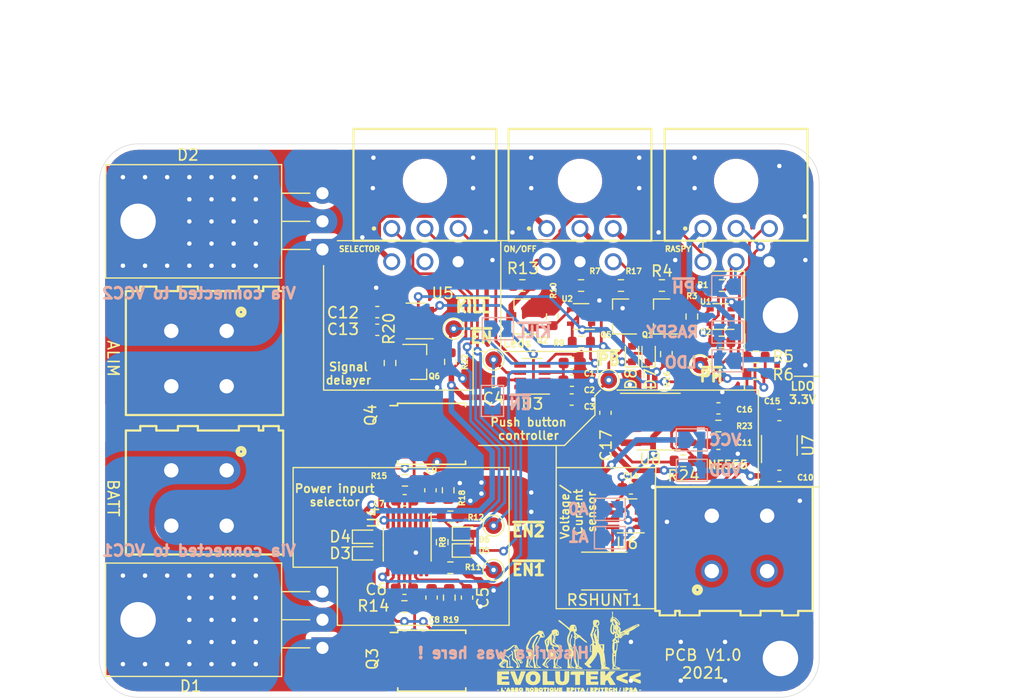
<source format=kicad_pcb>
(kicad_pcb (version 20171130) (host pcbnew "(5.1.8)-1")
  (layers (0 F.Cu signal) (31 B.Cu signal) (34 B.Paste user) (35 F.Paste user hide) (36 B.SilkS user) (37 F.SilkS user) (38 B.Mask user) (39 F.Mask user) (44 Edge.Cuts user))
  (net 0 "")
  (net 1 +3V3)
  (net 2 /VCC2)
  (net 3 GND)
  (net 4 /VCC1)
  (net 5 "Net-(C1-Pad2)")
  (net 6 VDD)
  (net 7 "Net-(C4-Pad2)")
  (net 8 "Net-(C5-Pad1)")
  (net 9 "Net-(C6-Pad1)")
  (net 10 "Net-(C7-Pad1)")
  (net 11 "Net-(C8-Pad2)")
  (net 12 "Net-(C9-Pad1)")
  (net 13 "Net-(C10-Pad1)")
  (net 14 "Net-(C11-Pad2)")
  (net 15 "Net-(C12-Pad2)")
  (net 16 "Net-(C15-Pad1)")
  (net 17 /TRIG)
  (net 18 /~EN1)
  (net 19 /~EN)
  (net 20 /~EN2)
  (net 21 /~BLINK)
  (net 22 "Net-(D7-Pad2)")
  (net 23 /~PH)
  (net 24 /BLUE)
  (net 25 /RED)
  (net 26 /GREEN)
  (net 27 /~PB)
  (net 28 "Net-(Q1-Pad1)")
  (net 29 "Net-(Q1-Pad3)")
  (net 30 "Net-(Q2-Pad1)")
  (net 31 "Net-(Q2-Pad3)")
  (net 32 /~KILL)
  (net 33 "Net-(Q6-Pad1)")
  (net 34 /~ONST1)
  (net 35 /SDA)
  (net 36 /SCL)
  (net 37 "Net-(R14-Pad2)")
  (net 38 "Net-(R15-Pad2)")
  (net 39 "Net-(R23-Pad1)")
  (net 40 /~INT)
  (net 41 /~ONST2)
  (net 42 VCC)
  (net 43 "Net-(D5-Pad2)")
  (net 44 "Net-(JP7-Pad2)")
  (net 45 "Net-(Q5-Pad3)")
  (net 46 "Net-(JP2-Pad1)")
  (net 47 "Net-(JP4-Pad2)")
  (net 48 "Net-(JP8-Pad2)")
  (net 49 "Net-(OUT1-Pad1)")
  (module ComponentsEvo:TO-220-3_Horizontal_TabDown (layer F.Cu) (at 50.15 39.54 90)
    (fp_text reference D2 (at 8.54 -12.15 180) (layer F.SilkS))
    (fp_text value MBR60)
    (pad 2 thru_hole circle (at -1.47 -12.02 90) (size 0.8 0.8) (drill 0.4) (layers *.Cu *.Mask) (net 2 /VCC2))
    (pad 2 thru_hole circle (at -1.47 -10.02 90) (size 0.8 0.8) (drill 0.4) (layers *.Cu *.Mask) (net 2 /VCC2))
    (pad 2 thru_hole circle (at -1.47 -8.02 90) (size 0.8 0.8) (drill 0.4) (layers *.Cu *.Mask) (net 2 /VCC2))
    (pad 2 thru_hole circle (at -1.47 -6.02 90) (size 0.8 0.8) (drill 0.4) (layers *.Cu *.Mask) (net 2 /VCC2))
    (pad 2 thru_hole circle (at 0.53 -6.02 90) (size 0.8 0.8) (drill 0.4) (layers *.Cu *.Mask) (net 2 /VCC2))
    (pad 2 thru_hole circle (at 0.53 -8.02 90) (size 0.8 0.8) (drill 0.4) (layers *.Cu *.Mask) (net 2 /VCC2))
    (pad 2 thru_hole circle (at 0.53 -10.02 90) (size 0.8 0.8) (drill 0.4) (layers *.Cu *.Mask) (net 2 /VCC2))
    (pad 2 thru_hole circle (at 0.53 -12.02 90) (size 0.8 0.8) (drill 0.4) (layers *.Cu *.Mask) (net 2 /VCC2))
    (pad 2 thru_hole circle (at -1.47 -14.02 90) (size 0.8 0.8) (drill 0.4) (layers *.Cu *.Mask) (net 2 /VCC2))
    (pad 2 thru_hole circle (at -1.47 -16.02 90) (size 0.8 0.8) (drill 0.4) (layers *.Cu *.Mask) (net 2 /VCC2))
    (pad 2 thru_hole circle (at -1.47 -18.02 90) (size 0.8 0.8) (drill 0.4) (layers *.Cu *.Mask) (net 2 /VCC2))
    (pad 2 thru_hole circle (at 6.53 -18.02 90) (size 0.8 0.8) (drill 0.4) (layers *.Cu *.Mask) (net 2 /VCC2))
    (pad 2 thru_hole circle (at 6.53 -16.02 90) (size 0.8 0.8) (drill 0.4) (layers *.Cu *.Mask) (net 2 /VCC2))
    (pad 2 thru_hole circle (at 6.53 -6.02 90) (size 0.8 0.8) (drill 0.4) (layers *.Cu *.Mask) (net 2 /VCC2))
    (pad 2 thru_hole circle (at 6.53 -8.02 90) (size 0.8 0.8) (drill 0.4) (layers *.Cu *.Mask) (net 2 /VCC2))
    (pad 2 thru_hole circle (at 6.53 -10.02 90) (size 0.8 0.8) (drill 0.4) (layers *.Cu *.Mask) (net 2 /VCC2))
    (pad 2 thru_hole circle (at 6.53 -12.02 90) (size 0.8 0.8) (drill 0.4) (layers *.Cu *.Mask) (net 2 /VCC2))
    (pad 2 thru_hole circle (at 6.53 -14.02 90) (size 0.8 0.8) (drill 0.4) (layers *.Cu *.Mask) (net 2 /VCC2))
    (pad 2 thru_hole circle (at 4.53 -12.02 90) (size 0.8 0.8) (drill 0.4) (layers *.Cu *.Mask) (net 2 /VCC2))
    (pad 2 thru_hole circle (at 4.53 -10.02 90) (size 0.8 0.8) (drill 0.4) (layers *.Cu *.Mask) (net 2 /VCC2))
    (pad 2 thru_hole circle (at 4.53 -8.02 90) (size 0.8 0.8) (drill 0.4) (layers *.Cu *.Mask) (net 2 /VCC2))
    (pad 2 thru_hole circle (at 4.53 -6.02 90) (size 0.8 0.8) (drill 0.4) (layers *.Cu *.Mask) (net 2 /VCC2))
    (pad 2 thru_hole circle (at 2.53 -6.02 90) (size 0.8 0.8) (drill 0.4) (layers *.Cu *.Mask) (net 2 /VCC2))
    (pad 2 thru_hole circle (at 2.53 -8.02 90) (size 0.8 0.8) (drill 0.4) (layers *.Cu *.Mask) (net 2 /VCC2))
    (pad 2 thru_hole circle (at 2.53 -10.02 90) (size 0.8 0.8) (drill 0.4) (layers *.Cu *.Mask) (net 2 /VCC2))
    (pad 2 thru_hole circle (at 2.53 -12.02 90) (size 0.8 0.8) (drill 0.4) (layers *.Cu *.Mask) (net 2 /VCC2))
    (pad 2 smd rect (at 2.54 -12.25 90) (size 10 14.5) (layers F.Cu F.Paste F.Mask) (net 2 /VCC2))
    (pad 2 thru_hole oval (at 2.54 -16.65 90) (size 5.6 5.6) (drill 3.2) (layers *.Cu *.Mask) (net 2 /VCC2))
    (pad 1 thru_hole rect (at 0 0 90) (size 1.905 2) (drill 1.1) (layers *.Cu *.Mask) (net 3 GND))
    (pad 2 thru_hole oval (at 2.54 0 90) (size 1.905 2) (drill 1.1) (layers *.Cu *.Mask) (net 2 /VCC2))
    (pad 3 thru_hole oval (at 5.08 0 90) (size 1.905 2) (drill 1.1) (layers *.Cu *.Mask) (net 3 GND))
  )
  (module ComponentsEvo:TO-220-3_Horizontal_TabDown (layer F.Cu) (at 50.15 75.54 90)
    (fp_text reference D1 (at -3.46 -11.9 180) (layer F.SilkS))
    (fp_text value MBR60)
    (pad 2 thru_hole circle (at -1.47 -12.02 90) (size 0.8 0.8) (drill 0.4) (layers *.Cu *.Mask) (net 4 /VCC1))
    (pad 2 thru_hole circle (at -1.47 -10.02 90) (size 0.8 0.8) (drill 0.4) (layers *.Cu *.Mask) (net 4 /VCC1))
    (pad 2 thru_hole circle (at -1.47 -8.02 90) (size 0.8 0.8) (drill 0.4) (layers *.Cu *.Mask) (net 4 /VCC1))
    (pad 2 thru_hole circle (at -1.47 -6.02 90) (size 0.8 0.8) (drill 0.4) (layers *.Cu *.Mask) (net 4 /VCC1))
    (pad 2 thru_hole circle (at 0.53 -6.02 90) (size 0.8 0.8) (drill 0.4) (layers *.Cu *.Mask) (net 4 /VCC1))
    (pad 2 thru_hole circle (at 0.53 -8.02 90) (size 0.8 0.8) (drill 0.4) (layers *.Cu *.Mask) (net 4 /VCC1))
    (pad 2 thru_hole circle (at 0.53 -10.02 90) (size 0.8 0.8) (drill 0.4) (layers *.Cu *.Mask) (net 4 /VCC1))
    (pad 2 thru_hole circle (at 0.53 -12.02 90) (size 0.8 0.8) (drill 0.4) (layers *.Cu *.Mask) (net 4 /VCC1))
    (pad 2 thru_hole circle (at -1.47 -14.02 90) (size 0.8 0.8) (drill 0.4) (layers *.Cu *.Mask) (net 4 /VCC1))
    (pad 2 thru_hole circle (at -1.47 -16.02 90) (size 0.8 0.8) (drill 0.4) (layers *.Cu *.Mask) (net 4 /VCC1))
    (pad 2 thru_hole circle (at -1.47 -18.02 90) (size 0.8 0.8) (drill 0.4) (layers *.Cu *.Mask) (net 4 /VCC1))
    (pad 2 thru_hole circle (at 6.53 -18.02 90) (size 0.8 0.8) (drill 0.4) (layers *.Cu *.Mask) (net 4 /VCC1))
    (pad 2 thru_hole circle (at 6.53 -16.02 90) (size 0.8 0.8) (drill 0.4) (layers *.Cu *.Mask) (net 4 /VCC1))
    (pad 2 thru_hole circle (at 6.53 -6.02 90) (size 0.8 0.8) (drill 0.4) (layers *.Cu *.Mask) (net 4 /VCC1))
    (pad 2 thru_hole circle (at 6.53 -8.02 90) (size 0.8 0.8) (drill 0.4) (layers *.Cu *.Mask) (net 4 /VCC1))
    (pad 2 thru_hole circle (at 6.53 -10.02 90) (size 0.8 0.8) (drill 0.4) (layers *.Cu *.Mask) (net 4 /VCC1))
    (pad 2 thru_hole circle (at 6.53 -12.02 90) (size 0.8 0.8) (drill 0.4) (layers *.Cu *.Mask) (net 4 /VCC1))
    (pad 2 thru_hole circle (at 6.53 -14.02 90) (size 0.8 0.8) (drill 0.4) (layers *.Cu *.Mask) (net 4 /VCC1))
    (pad 2 thru_hole circle (at 4.53 -12.02 90) (size 0.8 0.8) (drill 0.4) (layers *.Cu *.Mask) (net 4 /VCC1))
    (pad 2 thru_hole circle (at 4.53 -10.02 90) (size 0.8 0.8) (drill 0.4) (layers *.Cu *.Mask) (net 4 /VCC1))
    (pad 2 thru_hole circle (at 4.53 -8.02 90) (size 0.8 0.8) (drill 0.4) (layers *.Cu *.Mask) (net 4 /VCC1))
    (pad 2 thru_hole circle (at 4.53 -6.02 90) (size 0.8 0.8) (drill 0.4) (layers *.Cu *.Mask) (net 4 /VCC1))
    (pad 2 thru_hole circle (at 2.53 -6.02 90) (size 0.8 0.8) (drill 0.4) (layers *.Cu *.Mask) (net 4 /VCC1))
    (pad 2 thru_hole circle (at 2.53 -8.02 90) (size 0.8 0.8) (drill 0.4) (layers *.Cu *.Mask) (net 4 /VCC1))
    (pad 2 thru_hole circle (at 2.53 -10.02 90) (size 0.8 0.8) (drill 0.4) (layers *.Cu *.Mask) (net 4 /VCC1))
    (pad 2 thru_hole circle (at 2.53 -12.02 90) (size 0.8 0.8) (drill 0.4) (layers *.Cu *.Mask) (net 4 /VCC1))
    (pad 2 smd rect (at 2.54 -12.25 90) (size 10 14.5) (layers F.Cu F.Paste F.Mask) (net 4 /VCC1))
    (pad 2 thru_hole oval (at 2.54 -16.65 90) (size 5.6 5.6) (drill 3.2) (layers *.Cu *.Mask) (net 4 /VCC1))
    (pad 1 thru_hole rect (at 0 0 90) (size 1.905 2) (drill 1.1) (layers *.Cu *.Mask) (net 3 GND))
    (pad 2 thru_hole oval (at 2.54 0 90) (size 1.905 2) (drill 1.1) (layers *.Cu *.Mask) (net 4 /VCC1))
    (pad 3 thru_hole oval (at 5.08 0 90) (size 1.905 2) (drill 1.1) (layers *.Cu *.Mask) (net 3 GND))
  )
  (module ComponentsEvo:logo-evo-min (layer F.Cu) (at 72.5 75.75)
    (fp_text reference G*** hide)
    (fp_text value LOGO hide)
  )
  (module MountingHole:MountingHole_3.2mm_M3_DIN965_Pad (layer F.Cu) (at 91.5 45.5)
    (fp_text reference e hide)
    (fp_text value MountingHole_3.2mm_M3_DIN965_Pad)
    (pad 1 thru_hole circle (at 0 0) (size 5.6 5.6) (drill 3.2) (layers *.Cu *.Mask) (net 3 GND))
  )
  (module Package_TO_SOT_SMD:SOT-23 (layer F.Cu) (at 80.8 45.6 180)
    (fp_text reference Q1 (at 1.3 -1.65) (layer F.SilkS) (effects (font (size 0.5 0.5) (thickness 0.125))))
    (fp_text value Q_NMOS_GSD)
    (pad 3 smd rect (at 1 0 180) (size 0.9 0.8) (layers F.Cu F.Paste F.Mask) (net 29 "Net-(Q1-Pad3)"))
    (pad 2 smd rect (at -1 0.95 180) (size 0.9 0.8) (layers F.Cu F.Paste F.Mask) (net 3 GND))
    (pad 1 smd rect (at -1 -0.95 180) (size 0.9 0.8) (layers F.Cu F.Paste F.Mask) (net 28 "Net-(Q1-Pad1)"))
  )
  (module MountingHole:MountingHole_3.2mm_M3_DIN965_Pad (layer F.Cu) (at 91.5 76.5)
    (fp_text reference REF** hide)
    (fp_text value MountingHole_3.2mm_M3_DIN965_Pad)
    (pad 1 thru_hole circle (at 0 0) (size 5.6 5.6) (drill 3.2) (layers *.Cu *.Mask) (net 3 GND))
  )
  (module Resistor_SMD:R_0603_1608Metric (layer F.Cu) (at 73.5 42.8 180)
    (fp_text reference R7 (at -1.25 1.3) (layer F.SilkS) (effects (font (size 0.5 0.5) (thickness 0.125))))
    (fp_text value 10k)
    (pad 2 smd roundrect (at 0.825 0 180) (size 0.8 0.95) (layers F.Cu F.Paste F.Mask) (net 1 +3V3))
    (pad 1 smd roundrect (at -0.825 0 180) (size 0.8 0.95) (layers F.Cu F.Paste F.Mask) (net 23 /~PH))
  )
  (module Capacitor_SMD:C_0603_1608Metric (layer F.Cu) (at 65.6 51.5)
    (fp_text reference C4 (at 0 1.5) (layer F.SilkS))
    (fp_text value 780nF)
    (pad 2 smd roundrect (at 0.775 0) (size 0.9 0.95) (layers F.Cu F.Paste F.Mask) (net 7 "Net-(C4-Pad2)"))
    (pad 1 smd roundrect (at -0.775 0) (size 0.9 0.95) (layers F.Cu F.Paste F.Mask) (net 3 GND))
  )
  (module Resistor_SMD:R_2512_6332Metric_Pad1.52x3.35mm_HandSolder (layer F.Cu) (at 75.6 68.6 180)
    (fp_text reference RSHUNT1 (at 0 -2.62) (layer F.SilkS))
    (fp_text value 0.002)
    (pad 2 smd roundrect (at 2.9875 0 180) (size 1.525 3.35) (layers F.Cu F.Paste F.Mask) (roundrect_rratio 0.1639337704918033) (net 42 VCC))
    (pad 1 smd roundrect (at -2.9875 0 180) (size 1.525 3.35) (layers F.Cu F.Paste F.Mask) (roundrect_rratio 0.1639337704918033) (net 49 "Net-(OUT1-Pad1)"))
  )
  (module Capacitor_SMD:C_0603_1608Metric (layer F.Cu) (at 85.9 53.9)
    (fp_text reference C16 (at 2.35 0.1) (layer F.SilkS) (effects (font (size 0.5 0.5) (thickness 0.125))))
    (fp_text value 100nF)
    (pad 2 smd roundrect (at 0.775 0) (size 0.9 0.95) (layers F.Cu F.Paste F.Mask) (net 3 GND))
    (pad 1 smd roundrect (at -0.775 0) (size 0.9 0.95) (layers F.Cu F.Paste F.Mask) (net 1 +3V3))
  )
  (module Capacitor_SMD:C_0603_1608Metric (layer F.Cu) (at 85.9 57.1 180)
    (fp_text reference C11 (at -2.35 0.1) (layer F.SilkS) (effects (font (size 0.5 0.5) (thickness 0.125))))
    (fp_text value 100nF)
    (pad 2 smd roundrect (at 0.775 0 180) (size 0.9 0.95) (layers F.Cu F.Paste F.Mask) (net 14 "Net-(C11-Pad2)"))
    (pad 1 smd roundrect (at -0.775 0 180) (size 0.9 0.95) (layers F.Cu F.Paste F.Mask) (net 3 GND))
  )
  (module Capacitor_SMD:C_0603_1608Metric (layer F.Cu) (at 75.7 54.3 270)
    (fp_text reference C17 (at 2.95 -0.05 90) (layer F.SilkS))
    (fp_text value 4.7uF)
    (pad 2 smd roundrect (at 0.775 0 270) (size 0.9 0.95) (layers F.Cu F.Paste F.Mask) (net 17 /TRIG))
    (pad 1 smd roundrect (at -0.775 0 270) (size 0.9 0.95) (layers F.Cu F.Paste F.Mask) (net 3 GND))
  )
  (module Resistor_SMD:R_0603_1608Metric (layer F.Cu) (at 82.73 58.64)
    (fp_text reference R24 (at 0.02 1.36) (layer F.SilkS))
    (fp_text value 78.7k)
    (pad 2 smd roundrect (at 0.825 0) (size 0.8 0.95) (layers F.Cu F.Paste F.Mask) (net 39 "Net-(R23-Pad1)"))
    (pad 1 smd roundrect (at -0.825 0) (size 0.8 0.95) (layers F.Cu F.Paste F.Mask) (net 17 /TRIG))
  )
  (module Resistor_SMD:R_0603_1608Metric (layer F.Cu) (at 85.9 55.5)
    (fp_text reference R23 (at 2.35 0) (layer F.SilkS) (effects (font (size 0.5 0.5) (thickness 0.125))))
    (fp_text value 78.7k)
    (pad 2 smd roundrect (at 0.825 0) (size 0.8 0.95) (layers F.Cu F.Paste F.Mask) (net 1 +3V3))
    (pad 1 smd roundrect (at -0.825 0) (size 0.8 0.95) (layers F.Cu F.Paste F.Mask) (net 39 "Net-(R23-Pad1)"))
  )
  (module Package_SO:SOIC-8_3.9x4.9mm_P1.27mm (layer F.Cu) (at 80.5 55.1)
    (fp_text reference U8 (at -0.75 3.4) (layer F.SilkS))
    (fp_text value NE555D)
    (pad 8 smd roundrect (at 2.475 -1.905) (size 1.95 0.6) (layers F.Cu F.Paste F.Mask) (net 1 +3V3))
    (pad 7 smd roundrect (at 2.475 -0.635) (size 1.95 0.6) (layers F.Cu F.Paste F.Mask) (net 1 +3V3))
    (pad 6 smd roundrect (at 2.475 0.635) (size 1.95 0.6) (layers F.Cu F.Paste F.Mask) (net 39 "Net-(R23-Pad1)"))
    (pad 5 smd roundrect (at 2.475 1.905) (size 1.95 0.6) (layers F.Cu F.Paste F.Mask) (net 14 "Net-(C11-Pad2)"))
    (pad 4 smd roundrect (at -2.475 1.905) (size 1.95 0.6) (layers F.Cu F.Paste F.Mask) (net 1 +3V3))
    (pad 3 smd roundrect (at -2.475 0.635) (size 1.95 0.6) (layers F.Cu F.Paste F.Mask) (net 21 /~BLINK))
    (pad 2 smd roundrect (at -2.475 -0.635) (size 1.95 0.6) (layers F.Cu F.Paste F.Mask) (net 17 /TRIG))
    (pad 1 smd roundrect (at -2.475 -1.905) (size 1.95 0.6) (layers F.Cu F.Paste F.Mask) (net 3 GND))
  )
  (module Package_TO_SOT_SMD:SOT-23-6 (layer F.Cu) (at 58.6 46 180)
    (fp_text reference U5 (at -2.4 2.5) (layer F.SilkS))
    (fp_text value TPS3808DBV)
    (pad 5 smd rect (at 1.1 0 180) (size 1.06 0.65) (layers F.Cu F.Paste F.Mask) (net 1 +3V3))
    (pad 6 smd rect (at 1.1 -0.95 180) (size 1.06 0.65) (layers F.Cu F.Paste F.Mask) (net 1 +3V3))
    (pad 4 smd rect (at 1.1 0.95 180) (size 1.06 0.65) (layers F.Cu F.Paste F.Mask) (net 15 "Net-(C12-Pad2)"))
    (pad 3 smd rect (at -1.1 0.95 180) (size 1.06 0.65) (layers F.Cu F.Paste F.Mask) (net 23 /~PH))
    (pad 2 smd rect (at -1.1 0 180) (size 1.06 0.65) (layers F.Cu F.Paste F.Mask) (net 3 GND))
    (pad 1 smd rect (at -1.1 -0.95 180) (size 1.06 0.65) (layers F.Cu F.Paste F.Mask) (net 33 "Net-(Q6-Pad1)"))
  )
  (module Capacitor_SMD:C_0603_1608Metric (layer F.Cu) (at 78 61.13)
    (fp_text reference C14 (at 0 -1.13) (layer F.SilkS) (effects (font (size 0.5 0.5) (thickness 0.125))))
    (fp_text value 100nF)
    (pad 2 smd roundrect (at 0.775 0) (size 0.9 0.95) (layers F.Cu F.Paste F.Mask) (net 3 GND))
    (pad 1 smd roundrect (at -0.775 0) (size 0.9 0.95) (layers F.Cu F.Paste F.Mask) (net 1 +3V3))
  )
  (module ConnectorsEvo:66200621022 (layer F.Cu) (at 87.5 33.7 180)
    (fp_text reference RASPY (at 5.25 -5.8 180) (layer F.SilkS) (effects (font (size 0.5 0.5) (thickness 0.125))))
    (fp_text value Conn_01x06_Male)
    (pad 1 thru_hole circle (at 3 -3.95 180) (size 1.53 1.53) (drill 1.02) (layers *.Cu *.Mask) (net 46 "Net-(JP2-Pad1)"))
    (pad 4 thru_hole circle (at 3 -6.95 180) (size 1.53 1.53) (drill 1.02) (layers *.Cu *.Mask) (net 40 /~INT))
    (pad 2 thru_hole circle (at 0 -3.95 180) (size 1.53 1.53) (drill 1.02) (layers *.Cu *.Mask) (net 35 /SDA))
    (pad 5 thru_hole circle (at 0 -6.95 180) (size 1.53 1.53) (drill 1.02) (layers *.Cu *.Mask) (net 23 /~PH))
    (pad 3 thru_hole circle (at -3 -3.95 180) (size 1.53 1.53) (drill 1.02) (layers *.Cu *.Mask) (net 36 /SCL))
    (pad 6 thru_hole circle (at -3 -6.95 180) (size 1.53 1.53) (drill 1.02) (layers *.Cu *.Mask) (net 3 GND))
    (pad None np_thru_hole circle (at 0 0.35 180) (size 3 3) (drill 3) (layers *.Cu *.Mask))
  )
  (module Diode_SMD:D_SOD-523 (layer F.Cu) (at 54 67)
    (fp_text reference D3 (at -2.25 0) (layer F.SilkS))
    (fp_text value D)
    (pad 1 smd rect (at -0.7 0 180) (size 0.6 0.7) (layers F.Cu F.Paste F.Mask) (net 6 VDD))
    (pad 2 smd rect (at 0.7 0 180) (size 0.6 0.7) (layers F.Cu F.Paste F.Mask) (net 4 /VCC1))
  )
  (module Diode_SMD:D_SOD-523 (layer F.Cu) (at 54 65.5)
    (fp_text reference D4 (at -2.25 0) (layer F.SilkS))
    (fp_text value D)
    (pad 1 smd rect (at -0.7 0 180) (size 0.6 0.7) (layers F.Cu F.Paste F.Mask) (net 6 VDD))
    (pad 2 smd rect (at 0.7 0 180) (size 0.6 0.7) (layers F.Cu F.Paste F.Mask) (net 2 /VCC2))
  )
  (module Jumper:SolderJumper-2_P1.3mm_Open_TrianglePad1.0x1.5mm (layer B.Cu) (at 76.08 63.02)
    (fp_text reference JP7 hide)
    (fp_text value SolderJumper_2_Open)
    (pad 1 smd custom (at -0.725 0) (size 0.3 0.3) (layers B.Cu B.Mask) (net 3 GND) (options (clearance outline) (anchor rect)) (primitives (gr_poly (pts (xy -0.5 0.75) (xy 0.5 0.75) (xy 1 0) (xy 0.5 -0.75) (xy -0.5 -0.75)) (width 0))))
    (pad 2 smd custom (at 0.725 0) (size 0.3 0.3) (layers B.Cu B.Mask) (net 44 "Net-(JP7-Pad2)") (options (clearance outline) (anchor rect)) (primitives (gr_poly (pts (xy -0.65 0.75) (xy 0.5 0.75) (xy 0.5 -0.75) (xy -0.65 -0.75) (xy -0.15 0)) (width 0))))
  )
  (module Jumper:SolderJumper-2_P1.3mm_Open_TrianglePad1.0x1.5mm (layer B.Cu) (at 76.105 65.58)
    (fp_text reference JP8 hide)
    (fp_text value SolderJumper_2_Open)
    (pad 1 smd custom (at -0.725 0) (size 0.3 0.3) (layers B.Cu B.Mask) (net 3 GND) (options (clearance outline) (anchor rect)) (primitives (gr_poly (pts (xy -0.5 0.75) (xy 0.5 0.75) (xy 1 0) (xy 0.5 -0.75) (xy -0.5 -0.75)) (width 0))))
    (pad 2 smd custom (at 0.725 0) (size 0.3 0.3) (layers B.Cu B.Mask) (net 48 "Net-(JP8-Pad2)") (options (clearance outline) (anchor rect)) (primitives (gr_poly (pts (xy -0.65 0.75) (xy 0.5 0.75) (xy 0.5 -0.75) (xy -0.65 -0.75) (xy -0.15 0)) (width 0))))
  )
  (module TestPoint:TestPoint_Pad_D1.5mm (layer F.Cu) (at 65.6 49.5)
    (fp_text reference TP4 hide)
    (fp_text value TestPoint)
    (pad 1 smd circle (at 0 0) (size 1.5 1.5) (layers F.Cu F.Mask) (net 19 /~EN))
  )
  (module Resistor_SMD:R_0603_1608Metric (layer F.Cu) (at 56.25 49.8 90)
    (fp_text reference R20 (at 3.1 -0.1 90) (layer F.SilkS))
    (fp_text value 10k)
    (pad 2 smd roundrect (at 0.825 0 90) (size 0.8 0.95) (layers F.Cu F.Paste F.Mask) (net 1 +3V3))
    (pad 1 smd roundrect (at -0.825 0 90) (size 0.8 0.95) (layers F.Cu F.Paste F.Mask) (net 33 "Net-(Q6-Pad1)"))
  )
  (module Resistor_SMD:R_0603_1608Metric (layer F.Cu) (at 73.525 47.9 180)
    (fp_text reference R9 (at 2.025 -0.1) (layer F.SilkS) (effects (font (size 0.5 0.5) (thickness 0.125))))
    (fp_text value 10k)
    (pad 2 smd roundrect (at 0.825 0 180) (size 0.8 0.95) (layers F.Cu F.Paste F.Mask) (net 1 +3V3))
    (pad 1 smd roundrect (at -0.825 0 180) (size 0.8 0.95) (layers F.Cu F.Paste F.Mask) (net 41 /~ONST2))
  )
  (module Capacitor_SMD:C_0603_1608Metric (layer F.Cu) (at 57.55 70.2)
    (fp_text reference C6 (at -2.55 0.05) (layer F.SilkS))
    (fp_text value 62nF)
    (pad 2 smd roundrect (at 0.775 0) (size 0.9 0.95) (layers F.Cu F.Paste F.Mask) (net 4 /VCC1))
    (pad 1 smd roundrect (at -0.775 0) (size 0.9 0.95) (layers F.Cu F.Paste F.Mask) (net 9 "Net-(C6-Pad1)"))
  )
  (module Diode_SMD:D_SOD-523 (layer F.Cu) (at 63.03 65.22)
    (fp_text reference D6 (at 1.72 0.53) (layer F.SilkS) (effects (font (size 0.5 0.5) (thickness 0.125))))
    (fp_text value D)
    (pad 1 smd rect (at -0.7 0 180) (size 0.6 0.7) (layers F.Cu F.Paste F.Mask) (net 20 /~EN2))
    (pad 2 smd rect (at 0.7 0 180) (size 0.6 0.7) (layers F.Cu F.Paste F.Mask) (net 43 "Net-(D5-Pad2)"))
  )
  (module Package_TO_SOT_SMD:SOT-23 (layer F.Cu) (at 58.8 49.7)
    (fp_text reference Q6 (at 1.45 1.3) (layer F.SilkS) (effects (font (size 0.5 0.5) (thickness 0.125))))
    (fp_text value Q_NMOS_GSD)
    (pad 3 smd rect (at 1 0) (size 0.9 0.8) (layers F.Cu F.Paste F.Mask) (net 32 /~KILL))
    (pad 2 smd rect (at -1 0.95) (size 0.9 0.8) (layers F.Cu F.Paste F.Mask) (net 3 GND))
    (pad 1 smd rect (at -1 -0.95) (size 0.9 0.8) (layers F.Cu F.Paste F.Mask) (net 33 "Net-(Q6-Pad1)"))
  )
  (module Resistor_SMD:R_0603_1608Metric (layer F.Cu) (at 61.7 49.7 270)
    (fp_text reference R22 (at 0 -1.3 90) (layer F.SilkS) (effects (font (size 0.5 0.5) (thickness 0.125))))
    (fp_text value 10k)
    (pad 2 smd roundrect (at 0.825 0 270) (size 0.8 0.95) (layers F.Cu F.Paste F.Mask) (net 6 VDD))
    (pad 1 smd roundrect (at -0.825 0 270) (size 0.8 0.95) (layers F.Cu F.Paste F.Mask) (net 32 /~KILL))
  )
  (module Package_TO_SOT_SMD:SOT-353_SC-70-5 (layer F.Cu) (at 73.5 45.6 180)
    (fp_text reference U2 (at 1.25 1.6) (layer F.SilkS) (effects (font (size 0.5 0.5) (thickness 0.125))))
    (fp_text value 74AUP1G02)
    (pad 5 smd rect (at 0.95 -0.65 180) (size 0.65 0.4) (layers F.Cu F.Paste F.Mask) (net 1 +3V3))
    (pad 4 smd rect (at 0.95 0.65 180) (size 0.65 0.4) (layers F.Cu F.Paste F.Mask) (net 30 "Net-(Q2-Pad1)"))
    (pad 2 smd rect (at -0.95 0 180) (size 0.65 0.4) (layers F.Cu F.Paste F.Mask) (net 23 /~PH))
    (pad 3 smd rect (at -0.95 0.65 180) (size 0.65 0.4) (layers F.Cu F.Paste F.Mask) (net 3 GND))
    (pad 1 smd rect (at -0.95 -0.65 180) (size 0.65 0.4) (layers F.Cu F.Paste F.Mask) (net 41 /~ONST2))
  )
  (module ConnectorsEvo:691413720002B (layer F.Cu) (at 39 49.4 270)
    (fp_text reference ALIM (at 0 7.75 270 unlocked) (layer F.SilkS))
    (fp_text value Conn_01x02_Male)
    (pad 1 thru_hole circle (at -2.5 -2.5 270) (size 1.95 1.95) (drill 1.3) (layers *.Cu *.Mask) (net 2 /VCC2))
    (pad 1 thru_hole circle (at -2.5 2.5 270) (size 1.95 1.95) (drill 1.3) (layers *.Cu *.Mask) (net 2 /VCC2))
    (pad 2 thru_hole circle (at 2.5 -2.5 270) (size 1.95 1.95) (drill 1.3) (layers *.Cu *.Mask) (net 3 GND))
    (pad 2 thru_hole circle (at 2.5 2.5 270) (size 1.95 1.95) (drill 1.3) (layers *.Cu *.Mask) (net 3 GND))
  )
  (module ConnectorsEvo:691413720002B (layer F.Cu) (at 39 62 270)
    (fp_text reference BATT (at 0 7.75 270 unlocked) (layer F.SilkS))
    (fp_text value Conn_01x02_Male)
    (pad 1 thru_hole circle (at -2.5 -2.5 270) (size 1.95 1.95) (drill 1.3) (layers *.Cu *.Mask) (net 4 /VCC1))
    (pad 1 thru_hole circle (at -2.5 2.5 270) (size 1.95 1.95) (drill 1.3) (layers *.Cu *.Mask) (net 4 /VCC1))
    (pad 2 thru_hole circle (at 2.5 -2.5 270) (size 1.95 1.95) (drill 1.3) (layers *.Cu *.Mask) (net 3 GND))
    (pad 2 thru_hole circle (at 2.5 2.5 270) (size 1.95 1.95) (drill 1.3) (layers *.Cu *.Mask) (net 3 GND))
  )
  (module Capacitor_SMD:C_0603_1608Metric (layer F.Cu) (at 72.7 49.8 180)
    (fp_text reference C1 (at -1.55 -0.95) (layer F.SilkS) (effects (font (size 0.5 0.5) (thickness 0.125))))
    (fp_text value 100nF)
    (pad 2 smd roundrect (at 0.775 0 180) (size 0.9 0.95) (layers F.Cu F.Paste F.Mask) (net 5 "Net-(C1-Pad2)"))
    (pad 1 smd roundrect (at -0.775 0 180) (size 0.9 0.95) (layers F.Cu F.Paste F.Mask) (net 3 GND))
  )
  (module Capacitor_SMD:C_0603_1608Metric (layer F.Cu) (at 72.675 51.4 180)
    (fp_text reference C2 (at -1.575 -0.85) (layer F.SilkS) (effects (font (size 0.5 0.5) (thickness 0.125))))
    (fp_text value 100nF)
    (pad 2 smd roundrect (at 0.775 0 180) (size 0.9 0.95) (layers F.Cu F.Paste F.Mask) (net 5 "Net-(C1-Pad2)"))
    (pad 1 smd roundrect (at -0.775 0 180) (size 0.9 0.95) (layers F.Cu F.Paste F.Mask) (net 3 GND))
  )
  (module Capacitor_SMD:C_0603_1608Metric (layer F.Cu) (at 72.65 53.1 180)
    (fp_text reference C3 (at -1.6 -0.65) (layer F.SilkS) (effects (font (size 0.5 0.5) (thickness 0.125))))
    (fp_text value 100nF)
    (pad 2 smd roundrect (at 0.775 0 180) (size 0.9 0.95) (layers F.Cu F.Paste F.Mask) (net 6 VDD))
    (pad 1 smd roundrect (at -0.775 0 180) (size 0.9 0.95) (layers F.Cu F.Paste F.Mask) (net 3 GND))
  )
  (module Capacitor_SMD:C_0603_1608Metric (layer F.Cu) (at 63.2 71 270)
    (fp_text reference C5 (at 0 -1.43 90) (layer F.SilkS))
    (fp_text value 100nF)
    (pad 2 smd roundrect (at 0.775 0 270) (size 0.9 0.95) (layers F.Cu F.Paste F.Mask) (net 3 GND))
    (pad 1 smd roundrect (at -0.775 0 270) (size 0.9 0.95) (layers F.Cu F.Paste F.Mask) (net 8 "Net-(C5-Pad1)"))
  )
  (module Capacitor_SMD:C_0603_1608Metric (layer F.Cu) (at 57.575 62.2)
    (fp_text reference C7 (at -2.325 0.3) (layer F.SilkS) (effects (font (size 0.5 0.5) (thickness 0.125))))
    (fp_text value 62nF)
    (pad 2 smd roundrect (at 0.775 0) (size 0.9 0.95) (layers F.Cu F.Paste F.Mask) (net 2 /VCC2))
    (pad 1 smd roundrect (at -0.775 0) (size 0.9 0.95) (layers F.Cu F.Paste F.Mask) (net 10 "Net-(C7-Pad1)"))
  )
  (module Capacitor_SMD:C_0603_1608Metric (layer F.Cu) (at 60 71 90)
    (fp_text reference C8 (at -2 0.25 180) (layer F.SilkS) (effects (font (size 0.5 0.5) (thickness 0.125))))
    (fp_text value 100nF)
    (pad 2 smd roundrect (at 0.775 0 90) (size 0.9 0.95) (layers F.Cu F.Paste F.Mask) (net 11 "Net-(C8-Pad2)"))
    (pad 1 smd roundrect (at -0.775 0 90) (size 0.9 0.95) (layers F.Cu F.Paste F.Mask) (net 3 GND))
  )
  (module Capacitor_SMD:C_0603_1608Metric (layer F.Cu) (at 59.9 61.3 90)
    (fp_text reference C9 (at 1.8 0.1 180) (layer F.SilkS) (effects (font (size 0.5 0.5) (thickness 0.125))))
    (fp_text value 100nF)
    (pad 2 smd roundrect (at 0.775 0 90) (size 0.9 0.95) (layers F.Cu F.Paste F.Mask) (net 3 GND))
    (pad 1 smd roundrect (at -0.775 0 90) (size 0.9 0.95) (layers F.Cu F.Paste F.Mask) (net 12 "Net-(C9-Pad1)"))
  )
  (module Capacitor_SMD:C_0603_1608Metric (layer F.Cu) (at 91.4 60)
    (fp_text reference C10 (at 2.35 0.15 180) (layer F.SilkS) (effects (font (size 0.5 0.5) (thickness 0.125))))
    (fp_text value 1uF)
    (pad 2 smd roundrect (at 0.775 0) (size 0.9 0.95) (layers F.Cu F.Paste F.Mask) (net 3 GND))
    (pad 1 smd roundrect (at -0.775 0) (size 0.9 0.95) (layers F.Cu F.Paste F.Mask) (net 13 "Net-(C10-Pad1)"))
  )
  (module Capacitor_SMD:C_0603_1608Metric (layer F.Cu) (at 55.1 45.2)
    (fp_text reference C12 (at -3.1 0.05) (layer F.SilkS))
    (fp_text value 780nF)
    (pad 2 smd roundrect (at 0.775 0) (size 0.9 0.95) (layers F.Cu F.Paste F.Mask) (net 15 "Net-(C12-Pad2)"))
    (pad 1 smd roundrect (at -0.775 0) (size 0.9 0.95) (layers F.Cu F.Paste F.Mask) (net 3 GND))
  )
  (module Capacitor_SMD:C_0603_1608Metric (layer F.Cu) (at 55.1 46.8 180)
    (fp_text reference C13 (at 3.1 0.05) (layer F.SilkS))
    (fp_text value 100nF)
    (pad 2 smd roundrect (at 0.775 0 180) (size 0.9 0.95) (layers F.Cu F.Paste F.Mask) (net 3 GND))
    (pad 1 smd roundrect (at -0.775 0 180) (size 0.9 0.95) (layers F.Cu F.Paste F.Mask) (net 1 +3V3))
  )
  (module Capacitor_SMD:C_0603_1608Metric (layer F.Cu) (at 91.4 54.5)
    (fp_text reference C15 (at -0.65 -1.25 180) (layer F.SilkS) (effects (font (size 0.5 0.5) (thickness 0.125))))
    (fp_text value 1uF)
    (pad 2 smd roundrect (at 0.775 0) (size 0.9 0.95) (layers F.Cu F.Paste F.Mask) (net 3 GND))
    (pad 1 smd roundrect (at -0.775 0) (size 0.9 0.95) (layers F.Cu F.Paste F.Mask) (net 16 "Net-(C15-Pad1)"))
  )
  (module Diode_SMD:D_SOD-523 (layer F.Cu) (at 63.02 66.74)
    (fp_text reference D5 (at 1.73 0.01) (layer F.SilkS) (effects (font (size 0.5 0.5) (thickness 0.125))))
    (fp_text value D)
    (pad 1 smd rect (at -0.7 0 180) (size 0.6 0.7) (layers F.Cu F.Paste F.Mask) (net 18 /~EN1))
    (pad 2 smd rect (at 0.7 0 180) (size 0.6 0.7) (layers F.Cu F.Paste F.Mask) (net 43 "Net-(D5-Pad2)"))
  )
  (module Diode_SMD:D_SOD-523 (layer F.Cu) (at 79.6 49 90)
    (fp_text reference D7 (at -2.25 0.15 90) (layer F.SilkS))
    (fp_text value D)
    (pad 1 smd rect (at -0.7 0 270) (size 0.6 0.7) (layers F.Cu F.Paste F.Mask) (net 21 /~BLINK))
    (pad 2 smd rect (at 0.7 0 270) (size 0.6 0.7) (layers F.Cu F.Paste F.Mask) (net 22 "Net-(D7-Pad2)"))
  )
  (module Diode_SMD:D_SOD-523 (layer F.Cu) (at 78.1 49 90)
    (fp_text reference D8 (at -2.25 -0.1 90) (layer F.SilkS))
    (fp_text value D)
    (pad 1 smd rect (at -0.7 0 270) (size 0.6 0.7) (layers F.Cu F.Paste F.Mask) (net 23 /~PH))
    (pad 2 smd rect (at 0.7 0 270) (size 0.6 0.7) (layers F.Cu F.Paste F.Mask) (net 22 "Net-(D7-Pad2)"))
  )
  (module Jumper:SolderJumper-2_P1.3mm_Open_TrianglePad1.0x1.5mm (layer B.Cu) (at 86.7 42.9 180)
    (fp_text reference JP1 hide)
    (fp_text value SolderJumper_2_Open)
    (pad 1 smd custom (at -0.725 0 180) (size 0.3 0.3) (layers B.Cu B.Mask) (net 23 /~PH) (options (clearance outline) (anchor rect)) (primitives (gr_poly (pts (xy -0.5 0.75) (xy 0.5 0.75) (xy 1 0) (xy 0.5 -0.75) (xy -0.5 -0.75)) (width 0))))
    (pad 2 smd custom (at 0.725 0 180) (size 0.3 0.3) (layers B.Cu B.Mask) (net 3 GND) (options (clearance outline) (anchor rect)) (primitives (gr_poly (pts (xy -0.65 0.75) (xy 0.5 0.75) (xy 0.5 -0.75) (xy -0.65 -0.75) (xy -0.15 0)) (width 0))))
  )
  (module Jumper:SolderJumper-2_P1.3mm_Open_TrianglePad1.0x1.5mm (layer B.Cu) (at 86.725 47 180)
    (fp_text reference JP2 hide)
    (fp_text value SolderJumper_2_Open)
    (pad 1 smd custom (at -0.725 0 180) (size 0.3 0.3) (layers B.Cu B.Mask) (net 46 "Net-(JP2-Pad1)") (options (clearance outline) (anchor rect)) (primitives (gr_poly (pts (xy -0.5 0.75) (xy 0.5 0.75) (xy 1 0) (xy 0.5 -0.75) (xy -0.5 -0.75)) (width 0))))
    (pad 2 smd custom (at 0.725 0 180) (size 0.3 0.3) (layers B.Cu B.Mask) (net 1 +3V3) (options (clearance outline) (anchor rect)) (primitives (gr_poly (pts (xy -0.65 0.75) (xy 0.5 0.75) (xy 0.5 -0.75) (xy -0.65 -0.75) (xy -0.15 0)) (width 0))))
  )
  (module Jumper:SolderJumper-2_P1.3mm_Open_TrianglePad1.0x1.5mm (layer B.Cu) (at 83.5 56.75)
    (fp_text reference JP5 hide)
    (fp_text value SolderJumper_2_Bridged)
    (pad 1 smd custom (at -0.725 0) (size 0.3 0.3) (layers B.Cu B.Mask) (net 42 VCC) (options (clearance outline) (anchor rect)) (primitives (gr_poly (pts (xy -0.5 0.75) (xy 0.5 0.75) (xy 1 0) (xy 0.5 -0.75) (xy -0.5 -0.75)) (width 0))))
    (pad 2 smd custom (at 0.725 0) (size 0.3 0.3) (layers B.Cu B.Mask) (net 13 "Net-(C10-Pad1)") (options (clearance outline) (anchor rect)) (primitives (gr_poly (pts (xy -0.65 0.75) (xy 0.5 0.75) (xy 0.5 -0.75) (xy -0.65 -0.75) (xy -0.15 0)) (width 0))))
  )
  (module Jumper:SolderJumper-2_P1.3mm_Open_TrianglePad1.0x1.5mm (layer B.Cu) (at 83.5 59.5)
    (fp_text reference JP6 hide)
    (fp_text value SolderJumper_2_Open)
    (pad 2 smd custom (at 0.725 0) (size 0.3 0.3) (layers B.Cu B.Mask) (net 13 "Net-(C10-Pad1)") (options (clearance outline) (anchor rect)) (primitives (gr_poly (pts (xy -0.65 0.75) (xy 0.5 0.75) (xy 0.5 -0.75) (xy -0.65 -0.75) (xy -0.15 0)) (width 0))))
    (pad 1 smd custom (at -0.725 0) (size 0.3 0.3) (layers B.Cu B.Mask) (net 6 VDD) (options (clearance outline) (anchor rect)) (primitives (gr_poly (pts (xy -0.5 0.75) (xy 0.5 0.75) (xy 1 0) (xy 0.5 -0.75) (xy -0.5 -0.75)) (width 0))))
  )
  (module Jumper:SolderJumper-2_P1.3mm_Open_TrianglePad1.0x1.5mm (layer B.Cu) (at 86.725 49.6 180)
    (fp_text reference JP9 hide)
    (fp_text value SolderJumper_2_Open)
    (pad 1 smd custom (at -0.725 0 180) (size 0.3 0.3) (layers B.Cu B.Mask) (net 16 "Net-(C15-Pad1)") (options (clearance outline) (anchor rect)) (primitives (gr_poly (pts (xy -0.5 0.75) (xy 0.5 0.75) (xy 1 0) (xy 0.5 -0.75) (xy -0.5 -0.75)) (width 0))))
    (pad 2 smd custom (at 0.725 0 180) (size 0.3 0.3) (layers B.Cu B.Mask) (net 1 +3V3) (options (clearance outline) (anchor rect)) (primitives (gr_poly (pts (xy -0.65 0.75) (xy 0.5 0.75) (xy 0.5 -0.75) (xy -0.65 -0.75) (xy -0.15 0)) (width 0))))
  )
  (module ConnectorsEvo:66200621022 (layer F.Cu) (at 73.4 33.7 180)
    (fp_text reference ON/OFF (at 5.4 -5.8 180) (layer F.SilkS) (effects (font (size 0.5 0.5) (thickness 0.125))))
    (fp_text value Conn_01x06_Male)
    (pad 1 thru_hole circle (at 3 -3.95 180) (size 1.53 1.53) (drill 1.02) (layers *.Cu *.Mask) (net 42 VCC))
    (pad 4 thru_hole circle (at 3 -6.95 180) (size 1.53 1.53) (drill 1.02) (layers *.Cu *.Mask) (net 24 /BLUE))
    (pad 2 thru_hole circle (at 0 -3.95 180) (size 1.53 1.53) (drill 1.02) (layers *.Cu *.Mask) (net 25 /RED))
    (pad 5 thru_hole circle (at 0 -6.95 180) (size 1.53 1.53) (drill 1.02) (layers *.Cu *.Mask) (net 3 GND))
    (pad 3 thru_hole circle (at -3 -3.95 180) (size 1.53 1.53) (drill 1.02) (layers *.Cu *.Mask) (net 26 /GREEN))
    (pad 6 thru_hole circle (at -3 -6.95 180) (size 1.53 1.53) (drill 1.02) (layers *.Cu *.Mask) (net 27 /~PB))
    (pad None np_thru_hole circle (at 0 0.35 180) (size 3 3) (drill 3) (layers *.Cu *.Mask))
  )
  (module ConnectorsEvo:691413720002B (layer F.Cu) (at 87.8 66.1 90)
    (fp_text reference OUT1 hide)
    (fp_text value Conn_01x02_Male)
    (pad 1 thru_hole circle (at -2.5 -2.5 90) (size 1.95 1.95) (drill 1.3) (layers *.Cu *.Mask) (net 49 "Net-(OUT1-Pad1)"))
    (pad 1 thru_hole circle (at -2.5 2.5 90) (size 1.95 1.95) (drill 1.3) (layers *.Cu *.Mask) (net 49 "Net-(OUT1-Pad1)"))
    (pad 2 thru_hole circle (at 2.5 -2.5 90) (size 1.95 1.95) (drill 1.3) (layers *.Cu *.Mask) (net 3 GND))
    (pad 2 thru_hole circle (at 2.5 2.5 90) (size 1.95 1.95) (drill 1.3) (layers *.Cu *.Mask) (net 3 GND))
  )
  (module Package_TO_SOT_SMD:SOT-23 (layer F.Cu) (at 68.2 45.6 180)
    (fp_text reference Q2 (at -1.8 -2.15) (layer F.SilkS) (effects (font (size 0.5 0.5) (thickness 0.125))))
    (fp_text value Q_NMOS_GSD)
    (pad 3 smd rect (at 1 0 180) (size 0.9 0.8) (layers F.Cu F.Paste F.Mask) (net 31 "Net-(Q2-Pad3)"))
    (pad 2 smd rect (at -1 0.95 180) (size 0.9 0.8) (layers F.Cu F.Paste F.Mask) (net 3 GND))
    (pad 1 smd rect (at -1 -0.95 180) (size 0.9 0.8) (layers F.Cu F.Paste F.Mask) (net 30 "Net-(Q2-Pad1)"))
  )
  (module Resistor_SMD:R_0603_1608Metric (layer F.Cu) (at 86.225 42.8 180)
    (fp_text reference R1 (at 1.725 0.05) (layer F.SilkS) (effects (font (size 0.5 0.5) (thickness 0.125))))
    (fp_text value 10k)
    (pad 2 smd roundrect (at 0.825 0 180) (size 0.8 0.95) (layers F.Cu F.Paste F.Mask) (net 1 +3V3))
    (pad 1 smd roundrect (at -0.825 0 180) (size 0.8 0.95) (layers F.Cu F.Paste F.Mask) (net 23 /~PH))
  )
  (module Resistor_SMD:R_0603_1608Metric (layer F.Cu) (at 86.2 47.9 180)
    (fp_text reference R2 (at 1.45 0.9) (layer F.SilkS) (effects (font (size 0.5 0.5) (thickness 0.125))))
    (fp_text value 10k)
    (pad 2 smd roundrect (at 0.825 0 180) (size 0.8 0.95) (layers F.Cu F.Paste F.Mask) (net 1 +3V3))
    (pad 1 smd roundrect (at -0.825 0 180) (size 0.8 0.95) (layers F.Cu F.Paste F.Mask) (net 34 /~ONST1))
  )
  (module Resistor_SMD:R_0603_1608Metric (layer F.Cu) (at 83.5 45.6 270)
    (fp_text reference R3 (at -1.85 0 180) (layer F.SilkS) (effects (font (size 0.5 0.5) (thickness 0.125))))
    (fp_text value 10k)
    (pad 2 smd roundrect (at 0.825 0 270) (size 0.8 0.95) (layers F.Cu F.Paste F.Mask) (net 28 "Net-(Q1-Pad1)"))
    (pad 1 smd roundrect (at -0.825 0 270) (size 0.8 0.95) (layers F.Cu F.Paste F.Mask) (net 3 GND))
  )
  (module Resistor_SMD:R_0603_1608Metric (layer F.Cu) (at 80.8 42.8 180)
    (fp_text reference R4 (at 0 1.3) (layer F.SilkS))
    (fp_text value 330)
    (pad 2 smd roundrect (at 0.825 0 180) (size 0.8 0.95) (layers F.Cu F.Paste F.Mask) (net 26 /GREEN))
    (pad 1 smd roundrect (at -0.825 0 180) (size 0.8 0.95) (layers F.Cu F.Paste F.Mask) (net 29 "Net-(Q1-Pad3)"))
  )
  (module Resistor_SMD:R_0603_1608Metric (layer F.Cu) (at 89.3 49.25)
    (fp_text reference R5 (at 2.45 -0.05) (layer F.SilkS))
    (fp_text value 4.7k)
    (pad 2 smd roundrect (at 0.825 0) (size 0.8 0.95) (layers F.Cu F.Paste F.Mask) (net 1 +3V3))
    (pad 1 smd roundrect (at -0.825 0) (size 0.8 0.95) (layers F.Cu F.Paste F.Mask) (net 35 /SDA))
  )
  (module Resistor_SMD:R_0603_1608Metric (layer F.Cu) (at 89.3 50.75)
    (fp_text reference R6 (at 2.45 0.1) (layer F.SilkS))
    (fp_text value 4.7k)
    (pad 2 smd roundrect (at 0.825 0) (size 0.8 0.95) (layers F.Cu F.Paste F.Mask) (net 1 +3V3))
    (pad 1 smd roundrect (at -0.825 0) (size 0.8 0.95) (layers F.Cu F.Paste F.Mask) (net 36 /SCL))
  )
  (module Resistor_SMD:R_0603_1608Metric (layer F.Cu) (at 60.96 65.99 90)
    (fp_text reference R8 (at 0 0.04 90) (layer F.SilkS) (effects (font (size 0.5 0.5) (thickness 0.125))))
    (fp_text value 10k)
    (pad 2 smd roundrect (at 0.825 0 90) (size 0.8 0.95) (layers F.Cu F.Paste F.Mask) (net 6 VDD))
    (pad 1 smd roundrect (at -0.825 0 90) (size 0.8 0.95) (layers F.Cu F.Paste F.Mask) (net 43 "Net-(D5-Pad2)"))
  )
  (module Resistor_SMD:R_0603_1608Metric (layer F.Cu) (at 70.9 45.6 270)
    (fp_text reference R10 (at -2.35 -0.1 90) (layer F.SilkS) (effects (font (size 0.5 0.5) (thickness 0.125))))
    (fp_text value 10k)
    (pad 2 smd roundrect (at 0.825 0 270) (size 0.8 0.95) (layers F.Cu F.Paste F.Mask) (net 30 "Net-(Q2-Pad1)"))
    (pad 1 smd roundrect (at -0.825 0 270) (size 0.8 0.95) (layers F.Cu F.Paste F.Mask) (net 3 GND))
  )
  (module Resistor_SMD:R_0603_1608Metric (layer F.Cu) (at 61.7 68.3)
    (fp_text reference R11 (at 2.05 -0.05) (layer F.SilkS) (effects (font (size 0.5 0.5) (thickness 0.125))))
    (fp_text value 10k)
    (pad 2 smd roundrect (at 0.825 0) (size 0.8 0.95) (layers F.Cu F.Paste F.Mask) (net 3 GND))
    (pad 1 smd roundrect (at -0.825 0) (size 0.8 0.95) (layers F.Cu F.Paste F.Mask) (net 18 /~EN1))
  )
  (module Resistor_SMD:R_0603_1608Metric (layer F.Cu) (at 61.7 63.7)
    (fp_text reference R12 (at 2.3 0.05) (layer F.SilkS) (effects (font (size 0.5 0.5) (thickness 0.125))))
    (fp_text value 10k)
    (pad 2 smd roundrect (at 0.825 0) (size 0.8 0.95) (layers F.Cu F.Paste F.Mask) (net 3 GND))
    (pad 1 smd roundrect (at -0.825 0) (size 0.8 0.95) (layers F.Cu F.Paste F.Mask) (net 20 /~EN2))
  )
  (module Resistor_SMD:R_0603_1608Metric (layer F.Cu) (at 68.2 42.8 180)
    (fp_text reference R13 (at -0.05 1.55) (layer F.SilkS))
    (fp_text value 330)
    (pad 2 smd roundrect (at 0.825 0 180) (size 0.8 0.95) (layers F.Cu F.Paste F.Mask) (net 24 /BLUE))
    (pad 1 smd roundrect (at -0.825 0 180) (size 0.8 0.95) (layers F.Cu F.Paste F.Mask) (net 31 "Net-(Q2-Pad3)"))
  )
  (module Resistor_SMD:R_0603_1608Metric (layer F.Cu) (at 57.55 71.8 180)
    (fp_text reference R14 (at 2.8 0.05) (layer F.SilkS))
    (fp_text value R)
    (pad 2 smd roundrect (at 0.825 0 180) (size 0.8 0.95) (layers F.Cu F.Paste F.Mask) (net 37 "Net-(R14-Pad2)"))
    (pad 1 smd roundrect (at -0.825 0 180) (size 0.8 0.95) (layers F.Cu F.Paste F.Mask) (net 11 "Net-(C8-Pad2)"))
  )
  (module Resistor_SMD:R_0603_1608Metric (layer F.Cu) (at 57.6 60.4 180)
    (fp_text reference R15 (at 2.35 0.4) (layer F.SilkS) (effects (font (size 0.5 0.5) (thickness 0.125))))
    (fp_text value R)
    (pad 2 smd roundrect (at 0.825 0 180) (size 0.8 0.95) (layers F.Cu F.Paste F.Mask) (net 38 "Net-(R15-Pad2)"))
    (pad 1 smd roundrect (at -0.825 0 180) (size 0.8 0.95) (layers F.Cu F.Paste F.Mask) (net 12 "Net-(C9-Pad1)"))
  )
  (module Resistor_SMD:R_0603_1608Metric (layer F.Cu) (at 81.2 49 90)
    (fp_text reference R16 (at -2.25 0.05 90) (layer F.SilkS) (effects (font (size 0.5 0.5) (thickness 0.125))))
    (fp_text value 1k)
    (pad 2 smd roundrect (at 0.825 0 90) (size 0.8 0.95) (layers F.Cu F.Paste F.Mask) (net 22 "Net-(D7-Pad2)"))
    (pad 1 smd roundrect (at -0.825 0 90) (size 0.8 0.95) (layers F.Cu F.Paste F.Mask) (net 1 +3V3))
  )
  (module Resistor_SMD:R_0603_1608Metric (layer F.Cu) (at 77.1 42.8 180)
    (fp_text reference R17 (at -1.15 1.3) (layer F.SilkS) (effects (font (size 0.5 0.5) (thickness 0.125))))
    (fp_text value 330)
    (pad 2 smd roundrect (at 0.825 0 180) (size 0.8 0.95) (layers F.Cu F.Paste F.Mask) (net 25 /RED))
    (pad 1 smd roundrect (at -0.825 0 180) (size 0.8 0.95) (layers F.Cu F.Paste F.Mask) (net 45 "Net-(Q5-Pad3)"))
  )
  (module Resistor_SMD:R_0603_1608Metric (layer F.Cu) (at 61.5 61.3 90)
    (fp_text reference R18 (at -0.7 1.25 270) (layer F.SilkS) (effects (font (size 0.5 0.5) (thickness 0.125))))
    (fp_text value 10k)
    (pad 2 smd roundrect (at 0.825 0 90) (size 0.8 0.95) (layers F.Cu F.Paste F.Mask) (net 3 GND))
    (pad 1 smd roundrect (at -0.825 0 90) (size 0.8 0.95) (layers F.Cu F.Paste F.Mask) (net 12 "Net-(C9-Pad1)"))
  )
  (module Resistor_SMD:R_0603_1608Metric (layer F.Cu) (at 61.6 71 90)
    (fp_text reference R19 (at -2 0.15 180) (layer F.SilkS) (effects (font (size 0.5 0.5) (thickness 0.125))))
    (fp_text value 10k)
    (pad 2 smd roundrect (at 0.825 0 90) (size 0.8 0.95) (layers F.Cu F.Paste F.Mask) (net 11 "Net-(C8-Pad2)"))
    (pad 1 smd roundrect (at -0.825 0 90) (size 0.8 0.95) (layers F.Cu F.Paste F.Mask) (net 3 GND))
  )
  (module ConnectorsEvo:66200621022 (layer F.Cu) (at 59.4 33.7 180)
    (fp_text reference SELECTOR (at 5.9 -5.8) (layer F.SilkS) (effects (font (size 0.5 0.5) (thickness 0.125))))
    (fp_text value Conn_01x06_Male)
    (pad 1 thru_hole circle (at 3 -3.95 180) (size 1.53 1.53) (drill 1.02) (layers *.Cu *.Mask) (net 6 VDD))
    (pad 4 thru_hole circle (at 3 -6.95 180) (size 1.53 1.53) (drill 1.02) (layers *.Cu *.Mask) (net 42 VCC))
    (pad 2 thru_hole circle (at 0 -3.95 180) (size 1.53 1.53) (drill 1.02) (layers *.Cu *.Mask) (net 18 /~EN1))
    (pad 5 thru_hole circle (at 0 -6.95 180) (size 1.53 1.53) (drill 1.02) (layers *.Cu *.Mask))
    (pad 3 thru_hole circle (at -3 -3.95 180) (size 1.53 1.53) (drill 1.02) (layers *.Cu *.Mask) (net 20 /~EN2))
    (pad 6 thru_hole circle (at -3 -6.95 180) (size 1.53 1.53) (drill 1.02) (layers *.Cu *.Mask) (net 3 GND))
    (pad None np_thru_hole circle (at 0 0.35 180) (size 3 3) (drill 3) (layers *.Cu *.Mask))
  )
  (module TestPoint:TestPoint_Pad_D1.5mm (layer F.Cu) (at 65.6 68.5)
    (fp_text reference TP2 hide)
    (fp_text value TestPoint)
    (pad 1 smd circle (at 0 0) (size 1.5 1.5) (layers F.Cu F.Mask) (net 18 /~EN1))
  )
  (module TestPoint:TestPoint_Pad_D1.5mm (layer F.Cu) (at 65.6 64.5)
    (fp_text reference TP3 hide)
    (fp_text value TestPoint)
    (pad 1 smd circle (at 0 0) (size 1.5 1.5) (layers F.Cu F.Mask) (net 20 /~EN2))
  )
  (module TestPoint:TestPoint_Pad_D1.5mm (layer F.Cu) (at 84.25 50)
    (fp_text reference TP5 hide)
    (fp_text value TestPoint)
    (pad 1 smd circle (at 0 0) (size 1.5 1.5) (layers F.Cu F.Mask) (net 23 /~PH))
  )
  (module TestPoint:TestPoint_Pad_D1.5mm (layer F.Cu) (at 62 46.7)
    (fp_text reference TP6 hide)
    (fp_text value TestPoint)
    (pad 1 smd circle (at 0 0) (size 1.5 1.5) (layers F.Cu F.Mask) (net 32 /~KILL))
  )
  (module Package_TO_SOT_SMD:SOT-353_SC-70-5 (layer F.Cu) (at 86.1 45.6 180)
    (fp_text reference U1 (at 1.35 1.35) (layer F.SilkS) (effects (font (size 0.5 0.5) (thickness 0.125))))
    (fp_text value 74AUP1G02)
    (pad 5 smd rect (at 0.95 -0.65 180) (size 0.65 0.4) (layers F.Cu F.Paste F.Mask) (net 1 +3V3))
    (pad 4 smd rect (at 0.95 0.65 180) (size 0.65 0.4) (layers F.Cu F.Paste F.Mask) (net 28 "Net-(Q1-Pad1)"))
    (pad 2 smd rect (at -0.95 0 180) (size 0.65 0.4) (layers F.Cu F.Paste F.Mask) (net 23 /~PH))
    (pad 3 smd rect (at -0.95 0.65 180) (size 0.65 0.4) (layers F.Cu F.Paste F.Mask) (net 3 GND))
    (pad 1 smd rect (at -0.95 -0.65 180) (size 0.65 0.4) (layers F.Cu F.Paste F.Mask) (net 34 /~ONST1))
  )
  (module Package_TO_SOT_SMD:SOT-23-8 (layer F.Cu) (at 69.1 51 180)
    (fp_text reference U3 (at 0 -2.5) (layer F.SilkS))
    (fp_text value LTC2950ITS8-2TRMPBF)
    (pad 8 smd rect (at 1.1 -0.98 180) (size 1.06 0.4) (layers F.Cu F.Paste F.Mask) (net 47 "Net-(JP4-Pad2)"))
    (pad 7 smd rect (at 1.1 -0.33 180) (size 1.06 0.4) (layers F.Cu F.Paste F.Mask) (net 7 "Net-(C4-Pad2)"))
    (pad 6 smd rect (at 1.1 0.33 180) (size 1.06 0.4) (layers F.Cu F.Paste F.Mask) (net 19 /~EN))
    (pad 5 smd rect (at 1.1 0.98 180) (size 1.06 0.4) (layers F.Cu F.Paste F.Mask) (net 40 /~INT))
    (pad 4 smd rect (at -1.1 0.98 180) (size 1.06 0.4) (layers F.Cu F.Paste F.Mask) (net 3 GND))
    (pad 3 smd rect (at -1.1 0.33 180) (size 1.06 0.4) (layers F.Cu F.Paste F.Mask) (net 5 "Net-(C1-Pad2)"))
    (pad 2 smd rect (at -1.1 -0.33 180) (size 1.06 0.4) (layers F.Cu F.Paste F.Mask) (net 27 /~PB))
    (pad 1 smd rect (at -1.1 -0.98 180) (size 1.06 0.4) (layers F.Cu F.Paste F.Mask) (net 6 VDD))
  )
  (module Package_SO:MSOP-16_3x4.039mm_P0.5mm (layer F.Cu) (at 57.8 66.2 270)
    (fp_text reference U4 (at -2.45 3.05 90) (layer F.SilkS))
    (fp_text value LTC4353IMSPBF)
    (pad 16 smd roundrect (at 2.15 -1.75 270) (size 1.45 0.3) (layers F.Cu F.Paste F.Mask) (net 18 /~EN1))
    (pad 15 smd roundrect (at 2.15 -1.25 270) (size 1.45 0.3) (layers F.Cu F.Paste F.Mask) (net 3 GND))
    (pad 14 smd roundrect (at 2.15 -0.75 270) (size 1.45 0.3) (layers F.Cu F.Paste F.Mask) (net 8 "Net-(C5-Pad1)"))
    (pad 13 smd roundrect (at 2.15 -0.25 270) (size 1.45 0.3) (layers F.Cu F.Paste F.Mask) (net 4 /VCC1))
    (pad 12 smd roundrect (at 2.15 0.25 270) (size 1.45 0.3) (layers F.Cu F.Paste F.Mask) (net 37 "Net-(R14-Pad2)"))
    (pad 11 smd roundrect (at 2.15 0.75 270) (size 1.45 0.3) (layers F.Cu F.Paste F.Mask) (net 9 "Net-(C6-Pad1)"))
    (pad 10 smd roundrect (at 2.15 1.25 270) (size 1.45 0.3) (layers F.Cu F.Paste F.Mask) (net 42 VCC))
    (pad 9 smd roundrect (at 2.15 1.75 270) (size 1.45 0.3) (layers F.Cu F.Paste F.Mask) (net 34 /~ONST1))
    (pad 8 smd roundrect (at -2.15 1.75 270) (size 1.45 0.3) (layers F.Cu F.Paste F.Mask) (net 41 /~ONST2))
    (pad 7 smd roundrect (at -2.15 1.25 270) (size 1.45 0.3) (layers F.Cu F.Paste F.Mask) (net 42 VCC))
    (pad 6 smd roundrect (at -2.15 0.75 270) (size 1.45 0.3) (layers F.Cu F.Paste F.Mask) (net 10 "Net-(C7-Pad1)"))
    (pad 5 smd roundrect (at -2.15 0.25 270) (size 1.45 0.3) (layers F.Cu F.Paste F.Mask) (net 38 "Net-(R15-Pad2)"))
    (pad 4 smd roundrect (at -2.15 -0.25 270) (size 1.45 0.3) (layers F.Cu F.Paste F.Mask) (net 2 /VCC2))
    (pad 3 smd roundrect (at -2.15 -0.75 270) (size 1.45 0.3) (layers F.Cu F.Paste F.Mask))
    (pad 2 smd roundrect (at -2.15 -1.25 270) (size 1.45 0.3) (layers F.Cu F.Paste F.Mask))
    (pad 1 smd roundrect (at -2.15 -1.75 270) (size 1.45 0.3) (layers F.Cu F.Paste F.Mask) (net 20 /~EN2))
  )
  (module Package_TO_SOT_SMD:SOT-23-5 (layer F.Cu) (at 91.4 57.25 90)
    (fp_text reference U7 (at 0 2.6 270) (layer F.SilkS))
    (fp_text value NCP718xSN330)
    (pad 5 smd rect (at 1.1 -0.95 90) (size 1.06 0.65) (layers F.Cu F.Paste F.Mask) (net 16 "Net-(C15-Pad1)"))
    (pad 4 smd rect (at 1.1 0.95 90) (size 1.06 0.65) (layers F.Cu F.Paste F.Mask))
    (pad 3 smd rect (at -1.1 0.95 90) (size 1.06 0.65) (layers F.Cu F.Paste F.Mask))
    (pad 2 smd rect (at -1.1 0 90) (size 1.06 0.65) (layers F.Cu F.Paste F.Mask) (net 3 GND))
    (pad 1 smd rect (at -1.1 -0.95 90) (size 1.06 0.65) (layers F.Cu F.Paste F.Mask) (net 13 "Net-(C10-Pad1)"))
  )
  (module Jumper:SolderJumper-2_P1.3mm_Open_TrianglePad1.0x1.5mm (layer B.Cu) (at 65.5 53.225 270)
    (fp_text reference JP3 hide)
    (fp_text value SolderJumper_2_Open)
    (pad 1 smd custom (at -0.725 0 270) (size 0.3 0.3) (layers B.Cu B.Mask) (net 19 /~EN) (options (clearance outline) (anchor rect)) (primitives (gr_poly (pts (xy -0.5 0.75) (xy 0.5 0.75) (xy 1 0) (xy 0.5 -0.75) (xy -0.5 -0.75)) (width 0))))
    (pad 2 smd custom (at 0.725 0 270) (size 0.3 0.3) (layers B.Cu B.Mask) (net 43 "Net-(D5-Pad2)") (options (clearance outline) (anchor rect)) (primitives (gr_poly (pts (xy -0.65 0.75) (xy 0.5 0.75) (xy 0.5 -0.75) (xy -0.65 -0.75) (xy -0.15 0)) (width 0))))
  )
  (module Jumper:SolderJumper-2_P1.3mm_Open_TrianglePad1.0x1.5mm (layer B.Cu) (at 65.975 46.7)
    (fp_text reference JP4 hide)
    (fp_text value SolderJumper_2_Open)
    (pad 1 smd custom (at -0.725 0) (size 0.3 0.3) (layers B.Cu B.Mask) (net 32 /~KILL) (options (clearance outline) (anchor rect)) (primitives (gr_poly (pts (xy -0.5 0.75) (xy 0.5 0.75) (xy 1 0) (xy 0.5 -0.75) (xy -0.5 -0.75)) (width 0))))
    (pad 2 smd custom (at 0.725 0) (size 0.3 0.3) (layers B.Cu B.Mask) (net 47 "Net-(JP4-Pad2)") (options (clearance outline) (anchor rect)) (primitives (gr_poly (pts (xy -0.65 0.75) (xy 0.5 0.75) (xy 0.5 -0.75) (xy -0.65 -0.75) (xy -0.15 0)) (width 0))))
  )
  (module Package_TO_SOT_SMD:TSOT-23-8 (layer F.Cu) (at 77.65 63.64 180)
    (fp_text reference U6 (at 0 -2.45) (layer F.SilkS))
    (fp_text value INA219AxD)
    (pad 8 smd rect (at 1.31 -0.97 180) (size 1.22 0.4) (layers F.Cu F.Paste F.Mask) (net 49 "Net-(OUT1-Pad1)"))
    (pad 7 smd rect (at 1.31 -0.33 180) (size 1.22 0.4) (layers F.Cu F.Paste F.Mask) (net 42 VCC))
    (pad 6 smd rect (at 1.31 0.33 180) (size 1.22 0.4) (layers F.Cu F.Paste F.Mask) (net 3 GND))
    (pad 5 smd rect (at 1.31 0.97 180) (size 1.22 0.4) (layers F.Cu F.Paste F.Mask) (net 1 +3V3))
    (pad 4 smd rect (at -1.31 0.97 180) (size 1.22 0.4) (layers F.Cu F.Paste F.Mask) (net 36 /SCL))
    (pad 3 smd rect (at -1.31 0.33 180) (size 1.22 0.4) (layers F.Cu F.Paste F.Mask) (net 35 /SDA))
    (pad 2 smd rect (at -1.31 -0.33 180) (size 1.22 0.4) (layers F.Cu F.Paste F.Mask) (net 44 "Net-(JP7-Pad2)"))
    (pad 1 smd rect (at -1.31 -0.97 180) (size 1.22 0.4) (layers F.Cu F.Paste F.Mask) (net 48 "Net-(JP8-Pad2)"))
  )
  (module ComponentsEvo:PowerPak-SO8_5.15x6.15mm_Pitch1.27mm (layer F.Cu) (at 60 56.2)
    (fp_text reference Q4 (at -5.5 -1.7 90) (layer F.SilkS))
    (fp_text value Q_NMOS_SGD)
    (pad 3 smd rect (at 0.68 0) (size 3.81 3.81) (layers F.Cu F.Paste F.Mask) (net 42 VCC))
    (pad 3 smd rect (at 2.885 -1.905) (size 1.7 0.65) (layers F.Cu F.Paste F.Mask) (net 42 VCC))
    (pad 3 smd rect (at 2.885 -0.635) (size 1.7 0.65) (layers F.Cu F.Paste F.Mask) (net 42 VCC))
    (pad 3 smd rect (at 2.885 0.635) (size 1.7 0.65) (layers F.Cu F.Paste F.Mask) (net 42 VCC))
    (pad 3 smd rect (at 2.885 1.905) (size 1.7 0.65) (layers F.Cu F.Paste F.Mask) (net 42 VCC))
    (pad 2 smd rect (at -2.885 1.905) (size 1.7 0.65) (layers F.Cu F.Paste F.Mask) (net 12 "Net-(C9-Pad1)"))
    (pad 1 smd rect (at -2.885 0.635) (size 1.7 0.65) (layers F.Cu F.Paste F.Mask) (net 2 /VCC2))
    (pad 1 smd rect (at -2.885 -0.635) (size 1.7 0.65) (layers F.Cu F.Paste F.Mask) (net 2 /VCC2))
    (pad 1 smd rect (at -2.885 -1.905) (size 1.7 0.65) (layers F.Cu F.Paste F.Mask) (net 2 /VCC2))
  )
  (module Package_TO_SOT_SMD:SOT-23 (layer F.Cu) (at 77.1 45.6 180)
    (fp_text reference Q5 (at 1.35 -1.65) (layer F.SilkS) (effects (font (size 0.5 0.5) (thickness 0.125))))
    (fp_text value Q_NMOS_GSD)
    (pad 3 smd rect (at 1 0 180) (size 0.9 0.8) (layers F.Cu F.Paste F.Mask) (net 45 "Net-(Q5-Pad3)"))
    (pad 2 smd rect (at -1 0.95 180) (size 0.9 0.8) (layers F.Cu F.Paste F.Mask) (net 3 GND))
    (pad 1 smd rect (at -1 -0.95 180) (size 0.9 0.8) (layers F.Cu F.Paste F.Mask) (net 22 "Net-(D7-Pad2)"))
  )
  (module ComponentsEvo:PowerPak-SO8_5.15x6.15mm_Pitch1.27mm (layer F.Cu) (at 60.02 76.7)
    (fp_text reference Q3 (at -5.3675 -0.1644 90) (layer F.SilkS))
    (fp_text value Q_NMOS_SGD)
    (pad 3 smd rect (at 0.68 0) (size 3.81 3.81) (layers F.Cu F.Paste F.Mask) (net 42 VCC))
    (pad 3 smd rect (at 2.885 -1.905) (size 1.7 0.65) (layers F.Cu F.Paste F.Mask) (net 42 VCC))
    (pad 3 smd rect (at 2.885 -0.635) (size 1.7 0.65) (layers F.Cu F.Paste F.Mask) (net 42 VCC))
    (pad 3 smd rect (at 2.885 0.635) (size 1.7 0.65) (layers F.Cu F.Paste F.Mask) (net 42 VCC))
    (pad 3 smd rect (at 2.885 1.905) (size 1.7 0.65) (layers F.Cu F.Paste F.Mask) (net 42 VCC))
    (pad 2 smd rect (at -2.885 1.905) (size 1.7 0.65) (layers F.Cu F.Paste F.Mask) (net 11 "Net-(C8-Pad2)"))
    (pad 1 smd rect (at -2.885 0.635) (size 1.7 0.65) (layers F.Cu F.Paste F.Mask) (net 4 /VCC1))
    (pad 1 smd rect (at -2.885 -0.635) (size 1.7 0.65) (layers F.Cu F.Paste F.Mask) (net 4 /VCC1))
    (pad 1 smd rect (at -2.885 -1.905) (size 1.7 0.65) (layers F.Cu F.Paste F.Mask) (net 4 /VCC1))
  )
  (module TestPoint:TestPoint_Pad_D1.5mm (layer F.Cu) (at 76 51.35)
    (fp_text reference TP1 hide)
    (fp_text value TestPoint)
    (pad 1 smd circle (at 0 0) (size 1.5 1.5) (layers F.Cu F.Mask) (net 27 /~PB))
  )
  (gr_text "Via connected to VCC1" (at 39 66.75) (layer B.SilkS) (effects (font (size 1 1) (thickness 0.25)) (justify mirror)))
  (gr_text "Via connected to VCC2" (at 39 43.5) (layer B.SilkS) (effects (font (size 1 1) (thickness 0.25)) (justify mirror)))
  (gr_line (start 62.75 52.25) (end 63.25 52.25) (layer F.SilkS) (width 0.12))
  (gr_line (start 63.25 52.25) (end 63.75 52.25) (layer F.SilkS) (width 0.12))
  (gr_line (start 62.5 52.25) (end 62.75 52.25) (layer F.SilkS) (width 0.12))
  (gr_line (start 72 57.25) (end 74.75 54.5) (layer F.SilkS) (width 0.12))
  (gr_text "Historica was here !" (at 66.5 76) (layer B.SilkS) (effects (font (size 1 1) (thickness 0.25)) (justify mirror)))
  (gr_text "PCB V1.0\n2021" (at 84.5 77) (layer F.SilkS) (effects (font (size 1 1))))
  (gr_line (start 65.85 38.75) (end 66.95 38.75) (layer F.SilkS) (width 0.12))
  (gr_line (start 84.5 39.75) (end 84.5 38.75) (layer F.SilkS) (width 0.12))
  (gr_line (start 66.25 42.5) (end 66.25 48.5) (layer F.SilkS) (width 0.12))
  (gr_text Leds (at 67.75 48) (layer F.SilkS) (effects (font (size 0.75 0.75))))
  (gr_line (start 88.25 51.5) (end 88.25 52.25) (layer F.SilkS) (width 0.12))
  (gr_line (start 88.25 41.5) (end 88.25 48.5) (layer F.SilkS) (width 0.12))
  (gr_line (start 85.5 41.5) (end 88.25 41.5) (layer F.SilkS) (width 0.12))
  (gr_line (start 85.5 41.5) (end 85.25 41.25) (layer F.SilkS) (width 0.12))
  (gr_line (start 79.85 38.75) (end 81.05 38.75) (layer F.SilkS) (width 0.12))
  (gr_line (start 66.25 42.5) (end 66.25 38.75) (layer F.SilkS) (width 0.12))
  (gr_text "Push button\ncontroller" (at 68.75 55.75) (layer F.SilkS) (effects (font (size 0.75 0.75))))
  (gr_line (start 64.75 48.75) (end 63.75 48.75) (layer F.SilkS) (width 0.12))
  (gr_line (start 75 48.75) (end 66.5 48.75) (layer F.SilkS) (width 0.12))
  (gr_line (start 75 48.75) (end 75 50.75) (layer F.SilkS) (width 0.12))
  (gr_line (start 72 57.25) (end 64.25 57.25) (layer F.SilkS) (width 0.12))
  (gr_line (start 63.75 52.25) (end 63.75 53.5) (layer F.SilkS) (width 0.12))
  (gr_text NE555 (at 86.75 59) (layer F.SilkS) (effects (font (size 0.75 0.75))))
  (gr_line (start 74.75 52.75) (end 75.25 52.25) (layer F.SilkS) (width 0.12))
  (gr_line (start 76.75 52.25) (end 89.5 52.25) (layer F.SilkS) (width 0.12))
  (gr_line (start 74.75 54.5) (end 74.75 52.75) (layer F.SilkS) (width 0.12))
  (gr_text "LDO\n3.3V" (at 93.5 52.5) (layer F.SilkS) (effects (font (size 0.75 0.75))))
  (gr_line (start 89.5 52.25) (end 89.5 61) (layer F.SilkS) (width 0.12))
  (gr_line (start 95 51) (end 92.75 51) (layer F.SilkS) (width 0.12))
  (gr_line (start 94.4 61) (end 95 61) (layer F.SilkS) (width 0.12))
  (gr_text "Voltage/\nCurrent\nsensor" (at 73.25 63.25 90) (layer F.SilkS) (effects (font (size 0.75 0.75))))
  (gr_line (start 80.25 59.25) (end 80.2 61) (layer F.SilkS) (width 0.12))
  (gr_line (start 71.25 59.25) (end 80.25 59.25) (layer F.SilkS) (width 0.12))
  (gr_line (start 71.25 72) (end 71.25 57.25) (layer F.SilkS) (width 0.12))
  (gr_line (start 80.25 72) (end 71.25 72) (layer F.SilkS) (width 0.12))
  (gr_text "Signal\ndelayer" (at 52.5 50.75) (layer F.SilkS) (effects (font (size 0.75 0.75))))
  (gr_line (start 63.75 52.25) (end 63.75 48.5) (layer F.SilkS) (width 0.12))
  (gr_line (start 50.25 52.25) (end 62.5 52.25) (layer F.SilkS) (width 0.12))
  (gr_line (start 50.25 41) (end 50.25 52.25) (layer F.SilkS) (width 0.12))
  (gr_line (start 52.95 38.75) (end 51.5 38.75) (layer F.SilkS) (width 0.12))
  (gr_text "Power inpurt\nselector" (at 51.25 61.75) (layer F.SilkS) (effects (font (size 0.75 0.75))))
  (gr_line (start 47.5 68.25) (end 47.5 59.25) (layer F.SilkS) (width 0.12))
  (gr_line (start 51.5 68.25) (end 47.5 68.25) (layer F.SilkS) (width 0.12))
  (gr_line (start 51.5 73.5) (end 51.5 68.25) (layer F.SilkS) (width 0.12))
  (gr_line (start 67 73.5) (end 51.5 73.5) (layer F.SilkS) (width 0.12))
  (gr_line (start 67 59.25) (end 67 73.5) (layer F.SilkS) (width 0.12))
  (gr_line (start 47.5 59.25) (end 67 59.25) (layer F.SilkS) (width 0.12))
  (gr_text ~KILL (at 69.25 47) (layer B.SilkS) (effects (font (size 1 1) (thickness 0.25)) (justify mirror)))
  (gr_text ~PH (at 82.75 43) (layer B.SilkS) (effects (font (size 1 1) (thickness 0.25)) (justify mirror)))
  (gr_text RASPY (at 81.75 47) (layer B.SilkS) (effects (font (size 1 1) (thickness 0.25)) (justify mirror)))
  (gr_text LDO (at 82.5 49.75) (layer B.SilkS) (effects (font (size 1 1) (thickness 0.25)) (justify mirror)))
  (gr_text VDD (at 86.5 59.5) (layer B.SilkS) (effects (font (size 1 1) (thickness 0.25)) (justify mirror)))
  (gr_text VCC (at 86.5 56.75) (layer B.SilkS) (effects (font (size 1 1) (thickness 0.25)) (justify mirror)))
  (gr_text ~EN (at 68 53.5) (layer B.SilkS) (effects (font (size 1 1) (thickness 0.25)) (justify mirror)))
  (gr_text A1 (at 73.25 65.5) (layer B.SilkS) (effects (font (size 1 1) (thickness 0.25)) (justify mirror)))
  (gr_text A0 (at 73.25 63) (layer B.SilkS) (effects (font (size 1 1) (thickness 0.25)) (justify mirror)))
  (gr_text ~PB (at 76 49.5) (layer F.SilkS) (effects (font (size 1 1) (thickness 0.25))))
  (gr_text ~PH (at 85.25 51) (layer F.SilkS) (effects (font (size 1 1) (thickness 0.25))))
  (gr_text ~EN (at 64.5 47.5) (layer F.SilkS) (effects (font (size 1 1) (thickness 0.25))))
  (gr_text ~KILL (at 63.75 44.75) (layer F.SilkS) (effects (font (size 1 1) (thickness 0.25))))
  (gr_text ~EN2 (at 68.75 65) (layer F.SilkS) (effects (font (size 1 1) (thickness 0.25))))
  (gr_text ~EN1 (at 68.75 68.5) (layer F.SilkS) (effects (font (size 1 1) (thickness 0.25))))
  (gr_arc (start 33.5 33.5) (end 33.5 30) (angle -90) (layer Edge.Cuts) (width 0.05))
  (gr_arc (start 33.5 76.5) (end 30 76.5) (angle -90) (layer Edge.Cuts) (width 0.05))
  (gr_arc (start 91.5 76.5) (end 91.5 80) (angle -90) (layer Edge.Cuts) (width 0.05))
  (gr_arc (start 91.5 33.5) (end 95 33.5) (angle -90) (layer Edge.Cuts) (width 0.05))
  (gr_line (start 95 33.5) (end 95 76.5) (layer Edge.Cuts) (width 0.05))
  (gr_line (start 30 76.5) (end 30 33.5) (layer Edge.Cuts) (width 0.05))
  (gr_line (start 91.5 80) (end 33.5 80) (layer Edge.Cuts) (width 0.05))
  (gr_line (start 33.5 30) (end 91.5 30) (layer Edge.Cuts) (width 0.05))
  (segment (start 86.725 55.7) (end 86.525 55.7) (width 0.25) (layer F.Cu) (net 1))
  (segment (start 56.025 46.95) (end 55.875 46.8) (width 0.5) (layer F.Cu) (net 1))
  (segment (start 82.975 53.925) (end 82.975 54.465) (width 0.5) (layer F.Cu) (net 1))
  (segment (start 82.975 53.195) (end 82.975 53.925) (width 0.5) (layer F.Cu) (net 1))
  (segment (start 86.725 55.5) (end 85.125 53.9) (width 0.25) (layer F.Cu) (net 1))
  (segment (start 57.35 46.8) (end 57.5 46.95) (width 0.25) (layer F.Cu) (net 1))
  (segment (start 55.875 46.8) (end 57.35 46.8) (width 0.25) (layer F.Cu) (net 1))
  (segment (start 57.5 46.95) (end 57.5 46) (width 0.25) (layer F.Cu) (net 1))
  (segment (start 82.975 53.195) (end 84.105 53.195) (width 0.5) (layer F.Cu) (net 1))
  (segment (start 85.125 53.15) (end 84.6375 52.6625) (width 0.25) (layer F.Cu) (net 1))
  (segment (start 85.125 53.9) (end 85.125 53.15) (width 0.25) (layer F.Cu) (net 1))
  (segment (start 84.105 53.195) (end 84.6375 52.6625) (width 0.5) (layer F.Cu) (net 1))
  (segment (start 80.325 50.6) (end 80.325 50.5) (width 0.25) (layer F.Cu) (net 1))
  (segment (start 77.225 61.785) (end 76.34 62.67) (width 0.25) (layer F.Cu) (net 1))
  (segment (start 77.225 61.13) (end 77.225 61.785) (width 0.25) (layer F.Cu) (net 1))
  (via (at 86.7 51.2) (size 0.8) (drill 0.4) (layers F.Cu B.Cu) (net 1))
  (segment (start 86.1 51.2) (end 86.7 51.2) (width 0.5) (layer F.Cu) (net 1))
  (segment (start 84.6375 52.6625) (end 86.1 51.2) (width 0.5) (layer F.Cu) (net 1))
  (segment (start 80.425 50.6) (end 81.2 49.825) (width 0.25) (layer F.Cu) (net 1))
  (segment (start 80.325 50.6) (end 80.425 50.6) (width 0.25) (layer F.Cu) (net 1))
  (via (at 80.325 50.6) (size 0.8) (drill 0.4) (layers F.Cu B.Cu) (net 1))
  (segment (start 73.200001 43.325001) (end 72.675 42.8) (width 0.25) (layer F.Cu) (net 1))
  (segment (start 73.200001 45.599999) (end 73.200001 43.325001) (width 0.25) (layer F.Cu) (net 1))
  (segment (start 72.55 46.25) (end 73.200001 45.599999) (width 0.25) (layer F.Cu) (net 1))
  (segment (start 72.7 46.4) (end 72.55 46.25) (width 0.25) (layer F.Cu) (net 1))
  (segment (start 72.7 47.9) (end 72.7 46.4) (width 0.25) (layer F.Cu) (net 1))
  (via (at 73.6 46.8) (size 0.8) (drill 0.4) (layers F.Cu B.Cu) (net 1))
  (segment (start 73.200001 46.400001) (end 73.6 46.8) (width 0.25) (layer F.Cu) (net 1))
  (segment (start 73.200001 45.599999) (end 73.200001 46.400001) (width 0.25) (layer F.Cu) (net 1))
  (segment (start 86 49.6) (end 86 48.3) (width 0.5) (layer B.Cu) (net 1))
  (segment (start 86 48.3) (end 86 47) (width 0.5) (layer B.Cu) (net 1))
  (segment (start 85.99999 50.49999) (end 85.99999 49.6) (width 0.5) (layer B.Cu) (net 1))
  (segment (start 86.7 51.2) (end 85.99999 50.49999) (width 0.5) (layer B.Cu) (net 1))
  (segment (start 85.899989 43.299989) (end 85.4 42.8) (width 0.25) (layer F.Cu) (net 1))
  (segment (start 85.899989 45.488598) (end 85.899989 43.299989) (width 0.25) (layer F.Cu) (net 1))
  (segment (start 85.15 46.238587) (end 85.899989 45.488598) (width 0.25) (layer F.Cu) (net 1))
  (segment (start 85.15 46.25) (end 85.15 46.238587) (width 0.25) (layer F.Cu) (net 1))
  (segment (start 85.15 47.675) (end 85.375 47.9) (width 0.25) (layer F.Cu) (net 1))
  (via (at 84.55 47.05) (size 0.8) (drill 0.4) (layers F.Cu B.Cu) (net 1))
  (segment (start 85.15 46.25) (end 85.15 47.05) (width 0.25) (layer F.Cu) (net 1))
  (segment (start 85.15 47.05) (end 84.55 47.05) (width 0.25) (layer F.Cu) (net 1))
  (segment (start 85.15 47.05) (end 85.15 47.675) (width 0.25) (layer F.Cu) (net 1))
  (segment (start 84.6 47) (end 84.55 47.05) (width 0.5) (layer B.Cu) (net 1))
  (segment (start 86 47) (end 84.6 47) (width 0.5) (layer B.Cu) (net 1))
  (segment (start 90.125 49.5) (end 90.125 49.101974) (width 0.25) (layer F.Cu) (net 1))
  (segment (start 90.125 49.25) (end 90.125 50.75) (width 0.25) (layer F.Cu) (net 1))
  (via (at 90 52) (size 0.8) (drill 0.4) (layers F.Cu B.Cu) (net 1))
  (segment (start 89.2 51.2) (end 90 52) (width 0.25) (layer B.Cu) (net 1))
  (segment (start 86.7 51.2) (end 89.2 51.2) (width 0.25) (layer B.Cu) (net 1))
  (segment (start 90 50.875) (end 90.125 50.75) (width 0.25) (layer F.Cu) (net 1))
  (segment (start 90 52) (end 90 50.875) (width 0.25) (layer F.Cu) (net 1))
  (segment (start 80 56.465) (end 80 58) (width 0.5) (layer F.Cu) (net 1))
  (segment (start 82 54.465) (end 80 56.465) (width 0.5) (layer F.Cu) (net 1))
  (segment (start 82.975 54.465) (end 82 54.465) (width 0.5) (layer F.Cu) (net 1))
  (via (at 80 58) (size 0.8) (drill 0.4) (layers F.Cu B.Cu) (net 1))
  (segment (start 80 57.005) (end 80 58) (width 0.5) (layer F.Cu) (net 1))
  (segment (start 78.025 57.005) (end 80 57.005) (width 0.5) (layer F.Cu) (net 1))
  (segment (start 77.911164 60.088836) (end 77.18674 60.088836) (width 0.25) (layer B.Cu) (net 1))
  (via (at 77.18674 60.088836) (size 0.8) (drill 0.4) (layers F.Cu B.Cu) (net 1))
  (segment (start 77.225 60.127096) (end 77.18674 60.088836) (width 0.25) (layer F.Cu) (net 1))
  (segment (start 80 58) (end 77.911164 60.088836) (width 0.25) (layer B.Cu) (net 1))
  (segment (start 77.225 61.13) (end 77.225 60.127096) (width 0.25) (layer F.Cu) (net 1))
  (segment (start 80.945 53.195) (end 82.975 53.195) (width 0.5) (layer F.Cu) (net 1))
  (segment (start 80.149991 50.775009) (end 80.149991 52.399991) (width 0.5) (layer F.Cu) (net 1))
  (segment (start 80.325 50.6) (end 80.149991 50.775009) (width 0.5) (layer F.Cu) (net 1))
  (segment (start 80.149991 52.399991) (end 80.945 53.195) (width 0.5) (layer F.Cu) (net 1))
  (segment (start 79.6 50.6) (end 80.325 50.6) (width 0.5) (layer B.Cu) (net 1))
  (segment (start 75.8 46.8) (end 79.6 50.6) (width 0.5) (layer B.Cu) (net 1))
  (segment (start 73.6 46.8) (end 75.8 46.8) (width 0.5) (layer B.Cu) (net 1))
  (segment (start 73.6 46.8) (end 70.6 43.8) (width 0.25) (layer B.Cu) (net 1))
  (segment (start 70.6 43.8) (end 58.799998 43.8) (width 0.25) (layer B.Cu) (net 1))
  (segment (start 58.28 46) (end 58.799998 45.480002) (width 0.25) (layer F.Cu) (net 1))
  (via (at 58.799998 43.8) (size 0.8) (drill 0.4) (layers F.Cu B.Cu) (net 1))
  (segment (start 57.5 46) (end 58.28 46) (width 0.25) (layer F.Cu) (net 1))
  (segment (start 58.799998 45.480002) (end 58.799998 43.8) (width 0.25) (layer F.Cu) (net 1))
  (segment (start 56.25 47.175) (end 55.875 46.8) (width 0.25) (layer F.Cu) (net 1))
  (segment (start 56.25 48.975) (end 56.25 47.175) (width 0.25) (layer F.Cu) (net 1))
  (segment (start 58.05 62.5) (end 58.35 62.2) (width 0.25) (layer F.Cu) (net 2))
  (segment (start 58.05 64.05) (end 58.05 62.5) (width 0.25) (layer F.Cu) (net 2))
  (segment (start 58.05 64.840702) (end 58.05 64.05) (width 0.25) (layer F.Cu) (net 2))
  (segment (start 57.390702 65.5) (end 58.05 64.840702) (width 0.25) (layer F.Cu) (net 2))
  (segment (start 54.7 65.5) (end 57.390702 65.5) (width 0.25) (layer F.Cu) (net 2))
  (segment (start 55.605 56.895) (end 57.115 56.895) (width 0.5) (layer F.Cu) (net 2))
  (segment (start 55.449979 57.050021) (end 55.605 56.895) (width 0.5) (layer F.Cu) (net 2))
  (segment (start 54.7 65.5) (end 54.7 63.789965) (width 0.5) (layer F.Cu) (net 2))
  (segment (start 55.449979 63.039986) (end 55.449979 57.050021) (width 0.5) (layer F.Cu) (net 2))
  (segment (start 54.7 63.789965) (end 55.449979 63.039986) (width 0.5) (layer F.Cu) (net 2))
  (segment (start 61.55 71.775) (end 61.6 71.825) (width 0.5) (layer F.Cu) (net 3))
  (segment (start 60 71.775) (end 61.55 71.775) (width 0.5) (layer F.Cu) (net 3))
  (segment (start 63.15 71.825) (end 63.2 71.775) (width 0.5) (layer F.Cu) (net 3))
  (segment (start 61.6 71.825) (end 63.15 71.825) (width 0.5) (layer F.Cu) (net 3))
  (via (at 64.4 71.8) (size 0.8) (drill 0.4) (layers F.Cu B.Cu) (net 3))
  (segment (start 64.375 71.775) (end 64.4 71.8) (width 0.5) (layer F.Cu) (net 3))
  (segment (start 63.2 71.775) (end 64.375 71.775) (width 0.5) (layer F.Cu) (net 3))
  (segment (start 64.4 69.775) (end 64.4 71.8) (width 0.25) (layer F.Cu) (net 3))
  (segment (start 62.925 68.3) (end 64.4 69.775) (width 0.25) (layer F.Cu) (net 3))
  (segment (start 62.525 68.3) (end 62.925 68.3) (width 0.25) (layer F.Cu) (net 3))
  (segment (start 61.45 60.525) (end 61.5 60.475) (width 0.25) (layer F.Cu) (net 3))
  (segment (start 59.9 60.525) (end 61.45 60.525) (width 0.25) (layer F.Cu) (net 3))
  (via (at 62.55 60.65) (size 0.8) (drill 0.4) (layers F.Cu B.Cu) (net 3))
  (segment (start 62.375 60.475) (end 62.55 60.65) (width 0.25) (layer F.Cu) (net 3))
  (segment (start 61.5 60.475) (end 62.375 60.475) (width 0.25) (layer F.Cu) (net 3))
  (via (at 67.3 38) (size 0.8) (drill 0.4) (layers F.Cu B.Cu) (net 3))
  (segment (start 75.355 65.555) (end 75.38 65.58) (width 0.25) (layer B.Cu) (net 3))
  (segment (start 75.355 63.02) (end 75.355 65.555) (width 0.25) (layer B.Cu) (net 3))
  (via (at 55 43) (size 0.8) (drill 0.4) (layers F.Cu B.Cu) (net 3))
  (segment (start 54.325 46.8) (end 54.325 45.2) (width 0.5) (layer F.Cu) (net 3))
  (segment (start 73.35 49.725) (end 73.375 49.7) (width 0.5) (layer F.Cu) (net 3))
  (via (at 86.25 52.43) (size 0.8) (drill 0.4) (layers F.Cu B.Cu) (net 3))
  (segment (start 86.675 52.855) (end 86.25 52.43) (width 0.25) (layer F.Cu) (net 3))
  (segment (start 86.675 53.9) (end 86.675 52.855) (width 0.25) (layer F.Cu) (net 3))
  (segment (start 59.05 67.404001) (end 58.581009 66.93501) (width 0.25) (layer F.Cu) (net 3))
  (segment (start 59.05 68.35) (end 59.05 67.404001) (width 0.25) (layer F.Cu) (net 3))
  (via (at 58.581009 66.93501) (size 0.8) (drill 0.4) (layers F.Cu B.Cu) (net 3))
  (via (at 77.9 51.75) (size 0.8) (drill 0.4) (layers F.Cu B.Cu) (net 3))
  (via (at 93.7 36.55) (size 0.8) (drill 0.4) (layers F.Cu B.Cu) (net 3))
  (via (at 81.25 64.15) (size 0.8) (drill 0.4) (layers F.Cu B.Cu) (net 3))
  (via (at 65.6 70.35) (size 0.8) (drill 0.4) (layers F.Cu B.Cu) (net 3))
  (via (at 64.9 37.95) (size 0.8) (drill 0.4) (layers F.Cu B.Cu) (net 3))
  (via (at 65.5 40.5) (size 0.8) (drill 0.4) (layers F.Cu B.Cu) (net 3))
  (via (at 80.5 38) (size 0.8) (drill 0.4) (layers F.Cu B.Cu) (net 3))
  (via (at 78.75 34) (size 0.8) (drill 0.4) (layers F.Cu B.Cu) (net 3))
  (via (at 83.75 34) (size 0.8) (drill 0.4) (layers F.Cu B.Cu) (net 3))
  (via (at 69 34) (size 0.8) (drill 0.4) (layers F.Cu B.Cu) (net 3))
  (via (at 63.75 34) (size 0.8) (drill 0.4) (layers F.Cu B.Cu) (net 3))
  (via (at 54.7 34) (size 0.8) (drill 0.4) (layers F.Cu B.Cu) (net 3))
  (via (at 53.75 38.45) (size 0.8) (drill 0.4) (layers F.Cu B.Cu) (net 3))
  (via (at 91.4 32) (size 0.8) (drill 0.4) (layers F.Cu B.Cu) (net 3))
  (via (at 93.25 62.25) (size 0.8) (drill 0.4) (layers F.Cu B.Cu) (net 3))
  (via (at 64.5 60.6) (size 0.8) (drill 0.4) (layers F.Cu B.Cu) (net 3))
  (via (at 64.5 61.6) (size 0.8) (drill 0.4) (layers F.Cu B.Cu) (net 3))
  (via (at 69 61.5) (size 0.8) (drill 0.4) (layers F.Cu B.Cu) (net 3))
  (via (at 69 63.25) (size 0.8) (drill 0.4) (layers F.Cu B.Cu) (net 3))
  (via (at 62.799968 51.2) (size 0.8) (drill 0.4) (layers F.Cu B.Cu) (net 3))
  (segment (start 63.099968 51.5) (end 62.799968 51.2) (width 0.25) (layer F.Cu) (net 3))
  (segment (start 64.825 51.5) (end 63.099968 51.5) (width 0.25) (layer F.Cu) (net 3))
  (segment (start 64.45 60.65) (end 64.5 60.6) (width 0.5) (layer F.Cu) (net 3))
  (segment (start 62.55 60.65) (end 64.45 60.65) (width 0.5) (layer F.Cu) (net 3))
  (segment (start 78.024999 61.880001) (end 78.775 61.13) (width 0.25) (layer F.Cu) (net 3))
  (segment (start 78.024999 62.485001) (end 78.024999 61.880001) (width 0.25) (layer F.Cu) (net 3))
  (segment (start 77.2 63.31) (end 78.024999 62.485001) (width 0.25) (layer F.Cu) (net 3))
  (segment (start 76.34 63.31) (end 77.2 63.31) (width 0.25) (layer F.Cu) (net 3))
  (segment (start 69.325 44.775) (end 69.2 44.65) (width 0.5) (layer F.Cu) (net 3))
  (segment (start 70.9 44.775) (end 69.325 44.775) (width 0.5) (layer F.Cu) (net 3))
  (segment (start 83.375 44.65) (end 83.5 44.775) (width 0.5) (layer F.Cu) (net 3))
  (segment (start 81.8 44.65) (end 83.375 44.65) (width 0.5) (layer F.Cu) (net 3))
  (segment (start 83.5 43.6) (end 84.201041 42.898959) (width 0.5) (layer F.Cu) (net 3))
  (segment (start 83.5 44.775) (end 83.5 43.6) (width 0.5) (layer F.Cu) (net 3))
  (via (at 74.449994 51.4) (size 0.8) (drill 0.4) (layers F.Cu B.Cu) (net 3))
  (segment (start 73.375 51.4) (end 74.449994 51.4) (width 0.5) (layer F.Cu) (net 3))
  (segment (start 75.275 53.1) (end 75.7 53.525) (width 0.5) (layer F.Cu) (net 3))
  (segment (start 73.425 53.1) (end 74.6 53.1) (width 0.5) (layer F.Cu) (net 3))
  (segment (start 74.6 53.1) (end 75.275 53.1) (width 0.5) (layer F.Cu) (net 3))
  (via (at 74.6 53.1) (size 0.8) (drill 0.4) (layers F.Cu B.Cu) (net 3))
  (segment (start 73.45 49.825) (end 73.475 49.8) (width 0.25) (layer F.Cu) (net 3))
  (segment (start 73.45 51.4) (end 73.45 49.825) (width 0.25) (layer F.Cu) (net 3))
  (via (at 87.075 44.3) (size 0.8) (drill 0.4) (layers F.Cu B.Cu) (net 3))
  (segment (start 87.05 44.95) (end 87.05 44.25) (width 0.25) (layer F.Cu) (net 3))
  (segment (start 85.975 43.2) (end 85.975 42.9) (width 0.25) (layer B.Cu) (net 3))
  (segment (start 87.075 44.3) (end 85.975 43.2) (width 0.25) (layer B.Cu) (net 3))
  (via (at 77.25 44.85) (size 0.8) (drill 0.4) (layers F.Cu B.Cu) (net 3))
  (segment (start 77.45 44.65) (end 77.25 44.85) (width 0.5) (layer F.Cu) (net 3))
  (segment (start 78.1 44.65) (end 77.45 44.65) (width 0.5) (layer F.Cu) (net 3))
  (via (at 75.15 44.15) (size 0.8) (drill 0.4) (layers F.Cu B.Cu) (net 3))
  (segment (start 74.45 44.85) (end 75.15 44.15) (width 0.25) (layer F.Cu) (net 3))
  (segment (start 74.45 44.95) (end 74.45 44.85) (width 0.25) (layer F.Cu) (net 3))
  (segment (start 72.67499 48.99999) (end 73.475 49.8) (width 0.25) (layer F.Cu) (net 3))
  (segment (start 71.22001 48.99999) (end 72.67499 48.99999) (width 0.25) (layer F.Cu) (net 3))
  (segment (start 70.2 50.02) (end 71.22001 48.99999) (width 0.25) (layer F.Cu) (net 3))
  (via (at 71 43) (size 0.8) (drill 0.4) (layers F.Cu B.Cu) (net 3))
  (via (at 82 40.5) (size 0.8) (drill 0.4) (layers F.Cu B.Cu) (net 3))
  (via (at 78 75) (size 0.8) (drill 0.4) (layers F.Cu B.Cu) (net 3))
  (via (at 78 78.5) (size 0.8) (drill 0.4) (layers F.Cu B.Cu) (net 3))
  (via (at 82.5 75) (size 0.8) (drill 0.4) (layers F.Cu B.Cu) (net 3))
  (via (at 82.5 78.5) (size 0.8) (drill 0.4) (layers F.Cu B.Cu) (net 3))
  (via (at 86.5 75) (size 0.8) (drill 0.4) (layers F.Cu B.Cu) (net 3))
  (via (at 86.5 78.5) (size 0.8) (drill 0.4) (layers F.Cu B.Cu) (net 3))
  (via (at 93.75 50) (size 0.8) (drill 0.4) (layers F.Cu B.Cu) (net 3))
  (via (at 93.75 40.5) (size 0.8) (drill 0.4) (layers F.Cu B.Cu) (net 3))
  (via (at 83.75 31.25) (size 0.8) (drill 0.4) (layers F.Cu B.Cu) (net 3))
  (via (at 78.75 31.25) (size 0.8) (drill 0.4) (layers F.Cu B.Cu) (net 3))
  (via (at 69 31.25) (size 0.8) (drill 0.4) (layers F.Cu B.Cu) (net 3))
  (via (at 63.75 31.25) (size 0.8) (drill 0.4) (layers F.Cu B.Cu) (net 3))
  (via (at 54.75 31.25) (size 0.8) (drill 0.4) (layers F.Cu B.Cu) (net 3))
  (segment (start 84.202082 42.9) (end 84.201041 42.898959) (width 0.5) (layer B.Cu) (net 3))
  (via (at 84.201041 42.898959) (size 0.8) (drill 0.4) (layers F.Cu B.Cu) (net 3))
  (segment (start 85.975 42.9) (end 84.202082 42.9) (width 0.5) (layer B.Cu) (net 3))
  (via (at 63.5 62.25) (size 0.8) (drill 0.4) (layers F.Cu B.Cu) (net 3))
  (segment (start 62.525 63.7) (end 62.525 63.225) (width 0.25) (layer F.Cu) (net 3))
  (segment (start 62.525 63.225) (end 63.5 62.25) (width 0.25) (layer F.Cu) (net 3))
  (segment (start 91.4 59.225) (end 92.175 60) (width 0.5) (layer F.Cu) (net 3))
  (segment (start 91.4 58.35) (end 91.4 59.225) (width 0.5) (layer F.Cu) (net 3))
  (segment (start 54.325 43.675) (end 55 43) (width 0.5) (layer F.Cu) (net 3))
  (segment (start 54.325 45.2) (end 54.325 43.675) (width 0.5) (layer F.Cu) (net 3))
  (via (at 60.5 52) (size 0.8) (drill 0.4) (layers F.Cu B.Cu) (net 3))
  (segment (start 59.15 50.65) (end 60.5 52) (width 0.5) (layer F.Cu) (net 3))
  (segment (start 75.975 53.25) (end 77.97 53.25) (width 0.25) (layer F.Cu) (net 3))
  (segment (start 77.97 53.25) (end 78.025 53.195) (width 0.25) (layer F.Cu) (net 3))
  (segment (start 75.7 53.525) (end 75.975 53.25) (width 0.25) (layer F.Cu) (net 3))
  (segment (start 86.749999 57.1) (end 87.649999 58) (width 0.25) (layer F.Cu) (net 3))
  (segment (start 86.675 57.1) (end 86.749999 57.1) (width 0.25) (layer F.Cu) (net 3))
  (via (at 87.649999 58) (size 0.8) (drill 0.4) (layers F.Cu B.Cu) (net 3))
  (segment (start 79.87 61.13) (end 80 61) (width 0.25) (layer F.Cu) (net 3))
  (segment (start 78.775 61.13) (end 79.87 61.13) (width 0.25) (layer F.Cu) (net 3))
  (via (at 80 61) (size 0.8) (drill 0.4) (layers F.Cu B.Cu) (net 3))
  (segment (start 61.650002 45.079998) (end 61.650002 44.191998) (width 0.5) (layer F.Cu) (net 3))
  (segment (start 61.650002 44.191998) (end 60.058005 42.600001) (width 0.5) (layer F.Cu) (net 3))
  (segment (start 60.73 46) (end 61.650002 45.079998) (width 0.5) (layer F.Cu) (net 3))
  (segment (start 55.399999 42.600001) (end 55 43) (width 0.5) (layer F.Cu) (net 3))
  (segment (start 59.7 46) (end 60.73 46) (width 0.5) (layer F.Cu) (net 3))
  (segment (start 60.058005 42.600001) (end 55.399999 42.600001) (width 0.5) (layer F.Cu) (net 3))
  (segment (start 58.85 50.65) (end 59.15 50.65) (width 0.5) (layer F.Cu) (net 3))
  (segment (start 57.8 50.65) (end 58.85 50.65) (width 0.5) (layer F.Cu) (net 3))
  (segment (start 58.85 48.989998) (end 58.85 50.65) (width 0.5) (layer F.Cu) (net 3))
  (segment (start 58.989999 48.849999) (end 58.85 48.989998) (width 0.5) (layer F.Cu) (net 3))
  (segment (start 59.350001 48.849999) (end 58.989999 48.849999) (width 0.5) (layer F.Cu) (net 3))
  (segment (start 60.73 47.47) (end 59.350001 48.849999) (width 0.5) (layer F.Cu) (net 3))
  (segment (start 60.73 46) (end 60.73 47.47) (width 0.5) (layer F.Cu) (net 3))
  (segment (start 58.05 69.925) (end 58.325 70.2) (width 0.25) (layer F.Cu) (net 4))
  (segment (start 58.05 68.35) (end 58.05 69.925) (width 0.25) (layer F.Cu) (net 4))
  (segment (start 58.05 67.559298) (end 58.05 68.35) (width 0.25) (layer F.Cu) (net 4))
  (segment (start 57.490702 67) (end 58.05 67.559298) (width 0.25) (layer F.Cu) (net 4))
  (segment (start 54.7 67) (end 57.490702 67) (width 0.25) (layer F.Cu) (net 4))
  (segment (start 54.7 67) (end 54.7 72.44) (width 0.5) (layer F.Cu) (net 4))
  (segment (start 54.7 72.44) (end 54.7 73.9) (width 0.5) (layer F.Cu) (net 4))
  (segment (start 55.595 74.795) (end 54.7 73.9) (width 0.5) (layer F.Cu) (net 4))
  (segment (start 57.135 74.795) (end 55.595 74.795) (width 0.5) (layer F.Cu) (net 4))
  (segment (start 71.8 49.725) (end 71.825 49.7) (width 0.25) (layer F.Cu) (net 5))
  (segment (start 71.9 49.825) (end 71.925 49.8) (width 0.25) (layer F.Cu) (net 5))
  (segment (start 70.22 50.65) (end 70.2 50.67) (width 0.25) (layer F.Cu) (net 5))
  (segment (start 71.9 50.65) (end 70.22 50.65) (width 0.25) (layer F.Cu) (net 5))
  (segment (start 71.9 51.4) (end 71.9 50.65) (width 0.25) (layer F.Cu) (net 5))
  (segment (start 71.9 50.65) (end 71.9 49.825) (width 0.25) (layer F.Cu) (net 5))
  (segment (start 58.362112 65.165) (end 60.96 65.165) (width 0.25) (layer F.Cu) (net 6))
  (segment (start 53.3 66.26) (end 57.267112 66.26) (width 0.25) (layer F.Cu) (net 6))
  (segment (start 53.3 65.5) (end 53.3 66.26) (width 0.5) (layer F.Cu) (net 6))
  (segment (start 57.267112 66.26) (end 58.362112 65.165) (width 0.25) (layer F.Cu) (net 6))
  (segment (start 53.3 66.26) (end 53.3 67) (width 0.5) (layer F.Cu) (net 6))
  (via (at 61.79 51.82) (size 0.8) (drill 0.4) (layers F.Cu B.Cu) (net 6))
  (segment (start 61.79 50.615) (end 61.7 50.525) (width 0.5) (layer F.Cu) (net 6))
  (segment (start 61.79 51.82) (end 61.79 50.615) (width 0.5) (layer F.Cu) (net 6))
  (segment (start 62.87 52.9) (end 61.79 51.82) (width 0.5) (layer F.Cu) (net 6))
  (segment (start 70.2 51.98) (end 70.2 52.7) (width 0.25) (layer F.Cu) (net 6))
  (segment (start 70.4 52.9) (end 62.87 52.9) (width 0.5) (layer F.Cu) (net 6))
  (segment (start 70.2 52.7) (end 70.4 52.9) (width 0.25) (layer F.Cu) (net 6))
  (segment (start 71.675 52.9) (end 71.875 53.1) (width 0.5) (layer F.Cu) (net 6))
  (segment (start 70.4 52.9) (end 71.675 52.9) (width 0.5) (layer F.Cu) (net 6))
  (segment (start 53.3 63.924972) (end 54.59997 62.625002) (width 0.5) (layer F.Cu) (net 6))
  (segment (start 61.79 51.82) (end 61.79 54.12601) (width 0.5) (layer B.Cu) (net 6))
  (segment (start 65.47 57.80601) (end 65.47 62.03) (width 0.5) (layer B.Cu) (net 6))
  (segment (start 65.47 62.03) (end 64.349984 63.150016) (width 0.5) (layer B.Cu) (net 6))
  (via (at 54.59997 62.625002) (size 0.8) (drill 0.4) (layers F.Cu B.Cu) (net 6))
  (segment (start 61.79 54.12601) (end 65.47 57.80601) (width 0.5) (layer B.Cu) (net 6))
  (segment (start 64.349984 63.150016) (end 55.124984 63.150016) (width 0.5) (layer B.Cu) (net 6))
  (segment (start 55.124984 63.150016) (end 54.59997 62.625002) (width 0.5) (layer B.Cu) (net 6))
  (segment (start 53.3 65.5) (end 53.3 63.924972) (width 0.5) (layer F.Cu) (net 6))
  (segment (start 58.876799 41.740001) (end 58.309999 41.173201) (width 0.25) (layer F.Cu) (net 6))
  (segment (start 61.103591 41.740001) (end 58.876799 41.740001) (width 0.25) (layer F.Cu) (net 6))
  (segment (start 62.50001 49.72499) (end 62.50001 48.457532) (width 0.25) (layer F.Cu) (net 6))
  (segment (start 58.309999 39.559999) (end 56.4 37.65) (width 0.25) (layer F.Cu) (net 6))
  (segment (start 63.1 43.73641) (end 61.103591 41.740001) (width 0.25) (layer F.Cu) (net 6))
  (segment (start 63.1 47.385564) (end 63.1 43.73641) (width 0.25) (layer F.Cu) (net 6))
  (segment (start 62.472854 48.430376) (end 62.472854 48.01271) (width 0.25) (layer F.Cu) (net 6))
  (segment (start 62.50001 48.457532) (end 62.472854 48.430376) (width 0.25) (layer F.Cu) (net 6))
  (segment (start 62.472854 48.01271) (end 63.1 47.385564) (width 0.25) (layer F.Cu) (net 6))
  (segment (start 58.309999 41.173201) (end 58.309999 39.559999) (width 0.25) (layer F.Cu) (net 6))
  (segment (start 61.7 50.525) (end 62.50001 49.72499) (width 0.25) (layer F.Cu) (net 6))
  (via (at 81 59.5) (size 0.8) (drill 0.4) (layers F.Cu B.Cu) (net 6))
  (segment (start 82.775 59.5) (end 81 59.5) (width 0.5) (layer B.Cu) (net 6))
  (segment (start 78.008004 59.5) (end 81 59.5) (width 0.5) (layer F.Cu) (net 6))
  (segment (start 71.875 53.366996) (end 78.008004 59.5) (width 0.5) (layer F.Cu) (net 6))
  (segment (start 71.875 53.1) (end 71.875 53.366996) (width 0.5) (layer F.Cu) (net 6))
  (segment (start 66.545 51.33) (end 68 51.33) (width 0.25) (layer F.Cu) (net 7))
  (segment (start 66.375 51.5) (end 66.545 51.33) (width 0.25) (layer F.Cu) (net 7))
  (segment (start 58.55 69.140702) (end 58.55 68.35) (width 0.25) (layer F.Cu) (net 8))
  (segment (start 62.37501 69.40001) (end 58.809308 69.40001) (width 0.25) (layer F.Cu) (net 8))
  (segment (start 58.809308 69.40001) (end 58.55 69.140702) (width 0.25) (layer F.Cu) (net 8))
  (segment (start 63.2 70.225) (end 62.37501 69.40001) (width 0.25) (layer F.Cu) (net 8))
  (segment (start 57.05 69.925) (end 57.05 68.35) (width 0.25) (layer F.Cu) (net 9))
  (segment (start 56.775 70.2) (end 57.05 69.925) (width 0.25) (layer F.Cu) (net 9))
  (segment (start 57.05 62.45) (end 56.8 62.2) (width 0.25) (layer F.Cu) (net 10))
  (segment (start 57.05 64.05) (end 57.05 62.45) (width 0.25) (layer F.Cu) (net 10))
  (segment (start 59.95 70.225) (end 58.375 71.8) (width 0.25) (layer F.Cu) (net 11))
  (segment (start 60 70.225) (end 59.95 70.225) (width 0.25) (layer F.Cu) (net 11))
  (segment (start 61.55 70.225) (end 61.6 70.175) (width 0.25) (layer F.Cu) (net 11))
  (segment (start 60 70.225) (end 61.55 70.225) (width 0.25) (layer F.Cu) (net 11))
  (segment (start 58.235 78.605) (end 57.135 78.605) (width 0.25) (layer F.Cu) (net 11))
  (segment (start 58.469999 78.370001) (end 58.235 78.605) (width 0.25) (layer F.Cu) (net 11))
  (segment (start 58.469999 71.894999) (end 58.469999 78.370001) (width 0.25) (layer F.Cu) (net 11))
  (segment (start 58.375 71.8) (end 58.469999 71.894999) (width 0.25) (layer F.Cu) (net 11))
  (segment (start 59.9 61.875) (end 58.425 60.4) (width 0.25) (layer F.Cu) (net 12))
  (segment (start 59.9 62.075) (end 59.9 61.875) (width 0.25) (layer F.Cu) (net 12))
  (segment (start 59.95 62.125) (end 59.9 62.075) (width 0.25) (layer F.Cu) (net 12))
  (segment (start 61.5 62.125) (end 59.95 62.125) (width 0.25) (layer F.Cu) (net 12))
  (segment (start 57.79 58.105) (end 57.115 58.105) (width 0.25) (layer F.Cu) (net 12))
  (segment (start 58.425 58.74) (end 57.79 58.105) (width 0.25) (layer F.Cu) (net 12))
  (segment (start 58.425 60.4) (end 58.425 58.74) (width 0.25) (layer F.Cu) (net 12))
  (via (at 88.798241 60) (size 0.8) (drill 0.4) (layers F.Cu B.Cu) (net 13))
  (segment (start 90.625 60) (end 88.798241 60) (width 0.5) (layer F.Cu) (net 13))
  (segment (start 84.225 59.5) (end 84.225 56.75) (width 0.5) (layer B.Cu) (net 13))
  (segment (start 88.298241 59.5) (end 88.798241 60) (width 0.5) (layer B.Cu) (net 13))
  (segment (start 84.225 59.5) (end 88.298241 59.5) (width 0.5) (layer B.Cu) (net 13))
  (segment (start 90.5 58.4) (end 90.45 58.35) (width 0.5) (layer F.Cu) (net 13))
  (segment (start 90.5 59.875) (end 90.5 58.4) (width 0.5) (layer F.Cu) (net 13))
  (segment (start 90.625 60) (end 90.5 59.875) (width 0.5) (layer F.Cu) (net 13))
  (segment (start 85.03 57.005) (end 85.125 57.1) (width 0.25) (layer F.Cu) (net 14))
  (segment (start 82.975 57.005) (end 85.03 57.005) (width 0.25) (layer F.Cu) (net 14))
  (segment (start 57.35 45.2) (end 57.5 45.05) (width 0.25) (layer F.Cu) (net 15))
  (segment (start 55.875 45.2) (end 57.35 45.2) (width 0.25) (layer F.Cu) (net 15))
  (via (at 91.2 49.5) (size 0.8) (drill 0.4) (layers F.Cu B.Cu) (net 16))
  (segment (start 91.2 53.325) (end 91.2 49.5) (width 0.5) (layer F.Cu) (net 16))
  (segment (start 87.55 49.5) (end 87.45 49.6) (width 0.5) (layer B.Cu) (net 16))
  (segment (start 91.2 49.5) (end 87.55 49.5) (width 0.5) (layer B.Cu) (net 16))
  (segment (start 90.45 54.675) (end 90.625 54.5) (width 0.5) (layer F.Cu) (net 16))
  (segment (start 90.45 56.15) (end 90.45 54.675) (width 0.5) (layer F.Cu) (net 16))
  (segment (start 90.625 53.9) (end 91.2 53.325) (width 0.5) (layer F.Cu) (net 16))
  (segment (start 90.625 54.5) (end 90.625 53.9) (width 0.5) (layer F.Cu) (net 16))
  (segment (start 76.31 54.465) (end 75.7 55.075) (width 0.25) (layer F.Cu) (net 17))
  (segment (start 78.025 54.465) (end 76.31 54.465) (width 0.25) (layer F.Cu) (net 17))
  (segment (start 81.905 58.64) (end 81.795 58.75) (width 0.25) (layer F.Cu) (net 17))
  (segment (start 81.795 58.75) (end 78.123232 58.75) (width 0.25) (layer F.Cu) (net 17))
  (segment (start 78.123232 58.75) (end 75.7 56.326768) (width 0.25) (layer F.Cu) (net 17))
  (segment (start 75.7 56.326768) (end 75.7 55.075) (width 0.25) (layer F.Cu) (net 17))
  (segment (start 60.8 68.225) (end 60.875 68.3) (width 0.25) (layer F.Cu) (net 18))
  (segment (start 59.6 68.3) (end 59.55 68.35) (width 0.25) (layer F.Cu) (net 18))
  (segment (start 60.875 68.3) (end 59.6 68.3) (width 0.25) (layer F.Cu) (net 18))
  (via (at 65.6 68.5) (size 0.8) (drill 0.4) (layers F.Cu B.Cu) (net 18))
  (segment (start 60.875 68.185) (end 62.32 66.74) (width 0.25) (layer F.Cu) (net 18))
  (segment (start 60.875 68.3) (end 60.875 68.185) (width 0.25) (layer F.Cu) (net 18))
  (segment (start 64.08 68.5) (end 65.6 68.5) (width 0.25) (layer F.Cu) (net 18))
  (segment (start 62.32 66.74) (end 64.08 68.5) (width 0.25) (layer F.Cu) (net 18))
  (via (at 63.215735 48.341867) (size 0.8) (drill 0.4) (layers F.Cu B.Cu) (net 18))
  (segment (start 63.974979 49.666796) (end 63.215735 48.907552) (width 0.25) (layer B.Cu) (net 18))
  (segment (start 63.215735 48.907552) (end 63.215735 48.341867) (width 0.25) (layer B.Cu) (net 18))
  (segment (start 63.974979 54.861389) (end 63.974979 49.666796) (width 0.25) (layer B.Cu) (net 18))
  (segment (start 66.6 57.48641) (end 63.974979 54.861389) (width 0.25) (layer B.Cu) (net 18))
  (segment (start 66.6 62.4) (end 66.6 57.48641) (width 0.25) (layer B.Cu) (net 18))
  (segment (start 64.149999 64.850001) (end 66.6 62.4) (width 0.25) (layer B.Cu) (net 18))
  (segment (start 64.149999 67.049999) (end 64.149999 64.850001) (width 0.25) (layer B.Cu) (net 18))
  (segment (start 65.6 68.5) (end 64.149999 67.049999) (width 0.25) (layer B.Cu) (net 18))
  (segment (start 63.615734 47.941868) (end 63.215735 48.341867) (width 0.25) (layer F.Cu) (net 18))
  (segment (start 63.615734 43.615734) (end 63.615734 47.941868) (width 0.25) (layer F.Cu) (net 18))
  (segment (start 59.4 37.65) (end 61.309999 39.559999) (width 0.25) (layer F.Cu) (net 18))
  (segment (start 61.309999 41.173201) (end 62.211785 42.074987) (width 0.25) (layer F.Cu) (net 18))
  (segment (start 61.309999 39.559999) (end 61.309999 41.173201) (width 0.25) (layer F.Cu) (net 18))
  (segment (start 62.211785 42.074987) (end 62.211785 42.211785) (width 0.25) (layer F.Cu) (net 18))
  (segment (start 62.211785 42.211785) (end 63.615734 43.615734) (width 0.25) (layer F.Cu) (net 18))
  (via (at 65.6 49.5) (size 0.8) (drill 0.4) (layers F.Cu B.Cu) (net 19))
  (segment (start 65.6 52.4) (end 65.5 52.5) (width 0.25) (layer B.Cu) (net 19))
  (segment (start 65.6 50.4) (end 65.6 52.4) (width 0.25) (layer B.Cu) (net 19))
  (segment (start 66.77 50.67) (end 65.6 49.5) (width 0.25) (layer F.Cu) (net 19))
  (segment (start 68 50.67) (end 66.77 50.67) (width 0.25) (layer F.Cu) (net 19))
  (segment (start 65.6 50.4) (end 65.6 49.5) (width 0.25) (layer B.Cu) (net 19))
  (segment (start 60.825 63.95) (end 60.875 63.9) (width 0.25) (layer F.Cu) (net 20))
  (segment (start 60.875 63.765) (end 62.33 65.22) (width 0.25) (layer F.Cu) (net 20))
  (segment (start 60.875 63.7) (end 60.875 63.765) (width 0.25) (layer F.Cu) (net 20))
  (segment (start 64.14 39.39) (end 64.14 48.729996) (width 0.25) (layer F.Cu) (net 20))
  (segment (start 62.4 37.65) (end 64.14 39.39) (width 0.25) (layer F.Cu) (net 20))
  (via (at 64.14 48.729996) (size 0.8) (drill 0.4) (layers F.Cu B.Cu) (net 20))
  (via (at 65.6 64.5) (size 0.8) (drill 0.4) (layers F.Cu B.Cu) (net 20))
  (segment (start 62.33 65.22) (end 63.05 64.5) (width 0.25) (layer F.Cu) (net 20))
  (segment (start 63.05 64.5) (end 65.6 64.5) (width 0.25) (layer F.Cu) (net 20))
  (segment (start 64.42499 54.67499) (end 64.42499 49.014986) (width 0.25) (layer B.Cu) (net 20))
  (segment (start 67.14999 57.39999) (end 64.42499 54.67499) (width 0.25) (layer B.Cu) (net 20))
  (segment (start 67.14999 62.95001) (end 67.14999 57.39999) (width 0.25) (layer B.Cu) (net 20))
  (segment (start 64.42499 49.014986) (end 64.14 48.729996) (width 0.25) (layer B.Cu) (net 20))
  (segment (start 65.6 64.5) (end 67.14999 62.95001) (width 0.25) (layer B.Cu) (net 20))
  (segment (start 60.875 63.7) (end 59.9 63.7) (width 0.25) (layer F.Cu) (net 20))
  (segment (start 59.9 63.7) (end 59.55 64.05) (width 0.25) (layer F.Cu) (net 20))
  (segment (start 79.6 49.7) (end 79.574988 49.725012) (width 0.25) (layer F.Cu) (net 21))
  (segment (start 79.574988 55.160012) (end 79 55.735) (width 0.25) (layer F.Cu) (net 21))
  (segment (start 79.574988 49.725012) (end 79.574988 55.160012) (width 0.25) (layer F.Cu) (net 21))
  (segment (start 79 55.735) (end 78.025 55.735) (width 0.25) (layer F.Cu) (net 21))
  (segment (start 79.6 48.3) (end 78.1 48.3) (width 0.25) (layer F.Cu) (net 22))
  (segment (start 79.725 48.175) (end 79.6 48.3) (width 0.25) (layer F.Cu) (net 22))
  (segment (start 81.2 48.175) (end 79.725 48.175) (width 0.25) (layer F.Cu) (net 22))
  (segment (start 78.1 46.55) (end 78.1 48.3) (width 0.25) (layer F.Cu) (net 22))
  (via (at 84.25 50) (size 0.8) (drill 0.4) (layers F.Cu B.Cu) (net 23))
  (segment (start 75.800004 48.3) (end 77.200004 49.7) (width 0.25) (layer B.Cu) (net 23))
  (via (at 77.200004 49.7) (size 0.8) (drill 0.4) (layers F.Cu B.Cu) (net 23))
  (segment (start 77.200004 49.7) (end 78.1 49.7) (width 0.25) (layer F.Cu) (net 23))
  (segment (start 86.6 45.6) (end 87.15 45.6) (width 0.25) (layer F.Cu) (net 23))
  (segment (start 86.575 45.6) (end 87.15 45.6) (width 0.25) (layer F.Cu) (net 23))
  (segment (start 86.424998 45.6) (end 86.575 45.6) (width 0.25) (layer F.Cu) (net 23))
  (segment (start 86.29999 45.725008) (end 86.424998 45.6) (width 0.25) (layer F.Cu) (net 23))
  (segment (start 78.1 49.15) (end 78.324999 48.925001) (width 0.25) (layer F.Cu) (net 23))
  (segment (start 78.1 49.7) (end 78.1 49.15) (width 0.25) (layer F.Cu) (net 23))
  (segment (start 73.799999 43.325001) (end 74.325 42.8) (width 0.25) (layer F.Cu) (net 23))
  (segment (start 73.799999 45.410001) (end 73.799999 43.325001) (width 0.25) (layer F.Cu) (net 23))
  (segment (start 73.989998 45.6) (end 73.799999 45.410001) (width 0.25) (layer F.Cu) (net 23))
  (segment (start 74.45 45.6) (end 73.989998 45.6) (width 0.25) (layer F.Cu) (net 23))
  (segment (start 75.324999 48.124999) (end 75.5 48.3) (width 0.25) (layer F.Cu) (net 23))
  (via (at 75.5 48.3) (size 0.8) (drill 0.4) (layers F.Cu B.Cu) (net 23))
  (segment (start 75.324999 45.899999) (end 75.324999 48.124999) (width 0.25) (layer F.Cu) (net 23))
  (segment (start 75.025 45.6) (end 75.324999 45.899999) (width 0.25) (layer F.Cu) (net 23))
  (segment (start 74.45 45.6) (end 75.025 45.6) (width 0.25) (layer F.Cu) (net 23))
  (segment (start 75.5 48.3) (end 75.800004 48.3) (width 0.25) (layer B.Cu) (net 23))
  (segment (start 86.85 42.8) (end 87.05 42.8) (width 0.25) (layer F.Cu) (net 23))
  (segment (start 86.35 43.3) (end 86.85 42.8) (width 0.25) (layer F.Cu) (net 23))
  (segment (start 86.35 45.375) (end 86.35 43.3) (width 0.25) (layer F.Cu) (net 23))
  (segment (start 86.349998 45.674999) (end 86.349998 45.375002) (width 0.25) (layer F.Cu) (net 23))
  (segment (start 86.349998 45.375002) (end 86.35 45.375) (width 0.25) (layer F.Cu) (net 23))
  (segment (start 86.29999 45.725008) (end 86.349998 45.674999) (width 0.25) (layer F.Cu) (net 23))
  (segment (start 87.425 40.725) (end 87.5 40.65) (width 0.25) (layer B.Cu) (net 23))
  (segment (start 87.425 42.9) (end 87.425 40.725) (width 0.25) (layer B.Cu) (net 23))
  (segment (start 87.05 41.1) (end 87.5 40.65) (width 0.25) (layer F.Cu) (net 23))
  (segment (start 87.05 42.8) (end 87.05 41.1) (width 0.25) (layer F.Cu) (net 23))
  (segment (start 83.175001 48.925001) (end 84.25 50) (width 0.25) (layer F.Cu) (net 23))
  (segment (start 78.324999 48.925001) (end 83.175001 48.925001) (width 0.25) (layer F.Cu) (net 23))
  (segment (start 85.5 49.25) (end 85 49.25) (width 0.25) (layer F.Cu) (net 23))
  (segment (start 85 49.25) (end 84.25 50) (width 0.25) (layer F.Cu) (net 23))
  (segment (start 86.29999 48.45001) (end 85.5 49.25) (width 0.25) (layer F.Cu) (net 23))
  (segment (start 86.29999 45.725008) (end 86.29999 48.45001) (width 0.25) (layer F.Cu) (net 23))
  (segment (start 75.5 48.3) (end 70.009636 48.3) (width 0.25) (layer B.Cu) (net 23))
  (via (at 60.739302 44.6) (size 0.8) (drill 0.4) (layers F.Cu B.Cu) (net 23))
  (segment (start 70.009636 48.3) (end 66.309636 44.6) (width 0.25) (layer B.Cu) (net 23))
  (segment (start 59.7 45.05) (end 60.289302 45.05) (width 0.25) (layer F.Cu) (net 23))
  (segment (start 60.289302 45.05) (end 60.739302 44.6) (width 0.25) (layer F.Cu) (net 23))
  (segment (start 66.309636 44.6) (end 60.739302 44.6) (width 0.25) (layer B.Cu) (net 23))
  (segment (start 69.525 40.65) (end 70.4 40.65) (width 0.5) (layer F.Cu) (net 24))
  (segment (start 67.375 42.8) (end 69.525 40.65) (width 0.5) (layer F.Cu) (net 24))
  (segment (start 74.615001 38.865001) (end 73.4 37.65) (width 0.5) (layer F.Cu) (net 25))
  (segment (start 74.615001 41.040001) (end 74.615001 38.865001) (width 0.5) (layer F.Cu) (net 25))
  (segment (start 76.275 42.7) (end 74.615001 41.040001) (width 0.5) (layer F.Cu) (net 25))
  (segment (start 76.275 42.8) (end 76.275 42.7) (width 0.5) (layer F.Cu) (net 25))
  (segment (start 79.975 41.225) (end 76.4 37.65) (width 0.5) (layer F.Cu) (net 26))
  (segment (start 79.975 42.8) (end 79.975 41.225) (width 0.5) (layer F.Cu) (net 26))
  (via (at 76 51.35) (size 0.8) (drill 0.4) (layers F.Cu B.Cu) (net 27))
  (segment (start 71.12499 51.877824) (end 71.447166 52.2) (width 0.25) (layer F.Cu) (net 27))
  (segment (start 71.12499 51.52499) (end 71.12499 51.877824) (width 0.25) (layer F.Cu) (net 27))
  (segment (start 70.93 51.33) (end 71.12499 51.52499) (width 0.25) (layer F.Cu) (net 27))
  (segment (start 70.2 51.33) (end 70.93 51.33) (width 0.25) (layer F.Cu) (net 27))
  (segment (start 75.15 52.2) (end 76 51.35) (width 0.25) (layer F.Cu) (net 27))
  (segment (start 71.447166 52.2) (end 75.15 52.2) (width 0.25) (layer F.Cu) (net 27))
  (segment (start 76.992478 40.65) (end 76.4 40.65) (width 0.25) (layer F.Cu) (net 27))
  (segment (start 78.875001 42.532523) (end 76.992478 40.65) (width 0.25) (layer F.Cu) (net 27))
  (segment (start 78.585002 45.6) (end 78.875001 45.310001) (width 0.25) (layer F.Cu) (net 27))
  (segment (start 77.614998 45.6) (end 78.585002 45.6) (width 0.25) (layer F.Cu) (net 27))
  (segment (start 77.324999 48.502003) (end 77.324999 45.889999) (width 0.25) (layer F.Cu) (net 27))
  (segment (start 78.875001 45.310001) (end 78.875001 42.532523) (width 0.25) (layer F.Cu) (net 27))
  (segment (start 76 49.827002) (end 77.324999 48.502003) (width 0.25) (layer F.Cu) (net 27))
  (segment (start 77.324999 45.889999) (end 77.614998 45.6) (width 0.25) (layer F.Cu) (net 27))
  (segment (start 76 51.35) (end 76 49.827002) (width 0.25) (layer F.Cu) (net 27))
  (segment (start 83.375 46.55) (end 83.5 46.425) (width 0.25) (layer F.Cu) (net 28))
  (segment (start 81.8 46.55) (end 83.375 46.55) (width 0.25) (layer F.Cu) (net 28))
  (segment (start 83.675 46.425) (end 85.15 44.95) (width 0.25) (layer F.Cu) (net 28))
  (segment (start 83.5 46.425) (end 83.675 46.425) (width 0.25) (layer F.Cu) (net 28))
  (segment (start 79.8 44.625) (end 79.8 45.6) (width 0.5) (layer F.Cu) (net 29))
  (segment (start 81.625 42.8) (end 79.8 44.625) (width 0.5) (layer F.Cu) (net 29))
  (segment (start 70.775 46.55) (end 70.9 46.425) (width 0.25) (layer F.Cu) (net 30))
  (segment (start 69.2 46.55) (end 70.775 46.55) (width 0.25) (layer F.Cu) (net 30))
  (segment (start 71.075 46.425) (end 72.55 44.95) (width 0.25) (layer F.Cu) (net 30))
  (segment (start 70.9 46.425) (end 71.075 46.425) (width 0.25) (layer F.Cu) (net 30))
  (segment (start 67.2 44.625) (end 69.025 42.8) (width 0.5) (layer F.Cu) (net 31))
  (segment (start 67.2 45.6) (end 67.2 44.625) (width 0.5) (layer F.Cu) (net 31))
  (via (at 62 46.7) (size 0.8) (drill 0.4) (layers F.Cu B.Cu) (net 32))
  (segment (start 60.875 49.7) (end 61.7 48.875) (width 0.25) (layer F.Cu) (net 32))
  (segment (start 59.8 49.7) (end 60.875 49.7) (width 0.25) (layer F.Cu) (net 32))
  (segment (start 61.8 46.7) (end 65.25 46.7) (width 0.25) (layer B.Cu) (net 32))
  (segment (start 61.7 46.8) (end 61.8 46.7) (width 0.25) (layer F.Cu) (net 32))
  (segment (start 61.7 47) (end 62 46.7) (width 0.25) (layer F.Cu) (net 32))
  (segment (start 61.7 48.875) (end 61.7 47) (width 0.25) (layer F.Cu) (net 32))
  (segment (start 59.25 46.95) (end 59.7 46.95) (width 0.25) (layer F.Cu) (net 33))
  (segment (start 57.8 48.4) (end 59.25 46.95) (width 0.25) (layer F.Cu) (net 33))
  (segment (start 57.8 48.75) (end 57.8 48.4) (width 0.25) (layer F.Cu) (net 33))
  (segment (start 57.8 49.2) (end 57.8 48.75) (width 0.25) (layer F.Cu) (net 33))
  (segment (start 56.375 50.625) (end 57.8 49.2) (width 0.25) (layer F.Cu) (net 33))
  (segment (start 56.25 50.625) (end 56.375 50.625) (width 0.25) (layer F.Cu) (net 33))
  (via (at 55.566057 69.130804) (size 0.8) (drill 0.4) (layers F.Cu B.Cu) (net 34))
  (segment (start 56.05 68.646861) (end 55.566057 69.130804) (width 0.25) (layer F.Cu) (net 34))
  (segment (start 56.05 68.35) (end 56.05 68.646861) (width 0.25) (layer F.Cu) (net 34))
  (segment (start 87.15 47.775) (end 87.025 47.9) (width 0.25) (layer F.Cu) (net 34))
  (segment (start 87.15 46.25) (end 87.15 47.775) (width 0.25) (layer F.Cu) (net 34))
  (via (at 80.999992 51.5) (size 0.8) (drill 0.4) (layers F.Cu B.Cu) (net 34))
  (segment (start 87.025 49.066002) (end 84.591002 51.5) (width 0.25) (layer F.Cu) (net 34))
  (segment (start 84.591002 51.5) (end 80.999992 51.5) (width 0.25) (layer F.Cu) (net 34))
  (segment (start 87.025 47.9) (end 87.025 49.066002) (width 0.25) (layer F.Cu) (net 34))
  (segment (start 79 51.5) (end 80.999992 51.5) (width 0.25) (layer B.Cu) (net 34))
  (segment (start 78.074999 50.574999) (end 79 51.5) (width 0.25) (layer B.Cu) (net 34))
  (segment (start 66.95 50.9) (end 67.275001 50.574999) (width 0.25) (layer B.Cu) (net 34))
  (segment (start 68.05001 56.80001) (end 66.95 55.7) (width 0.25) (layer B.Cu) (net 34))
  (segment (start 68.05001 67.122992) (end 68.05001 56.80001) (width 0.25) (layer B.Cu) (net 34))
  (segment (start 66.95 55.7) (end 66.95 50.9) (width 0.25) (layer B.Cu) (net 34))
  (segment (start 65.642199 69.530803) (end 68.05001 67.122992) (width 0.25) (layer B.Cu) (net 34))
  (segment (start 67.275001 50.574999) (end 78.074999 50.574999) (width 0.25) (layer B.Cu) (net 34))
  (segment (start 55.966056 69.530803) (end 65.642199 69.530803) (width 0.25) (layer B.Cu) (net 34))
  (segment (start 55.566057 69.130804) (end 55.966056 69.530803) (width 0.25) (layer B.Cu) (net 34))
  (via (at 89.7 39.3) (size 0.8) (drill 0.4) (layers F.Cu B.Cu) (net 35))
  (segment (start 89.15001 39.84999) (end 89.7 39.3) (width 0.25) (layer F.Cu) (net 35))
  (segment (start 89.15001 41.249602) (end 89.15001 39.84999) (width 0.25) (layer F.Cu) (net 35))
  (segment (start 88.374999 42.024613) (end 89.15001 41.249602) (width 0.25) (layer F.Cu) (net 35))
  (segment (start 88.05 37.65) (end 87.5 37.65) (width 0.25) (layer B.Cu) (net 35))
  (segment (start 89.7 39.3) (end 88.05 37.65) (width 0.25) (layer B.Cu) (net 35))
  (segment (start 88.2 59.3) (end 88.15 59.35) (width 0.25) (layer F.Cu) (net 35))
  (segment (start 88.374999 47.000001) (end 88.374999 42.024613) (width 0.25) (layer F.Cu) (net 35))
  (segment (start 88.475 47.100002) (end 88.374999 47.000001) (width 0.25) (layer F.Cu) (net 35))
  (segment (start 88.475 49.25) (end 88.475 47.100002) (width 0.25) (layer F.Cu) (net 35))
  (segment (start 88.875 49.25) (end 88.475 49.25) (width 0.25) (layer F.Cu) (net 35))
  (segment (start 89.20001 49.57501) (end 88.875 49.25) (width 0.25) (layer F.Cu) (net 35))
  (segment (start 89.20001 58.29999) (end 89.20001 49.57501) (width 0.25) (layer F.Cu) (net 35))
  (segment (start 88.15 59.35) (end 89.20001 58.29999) (width 0.25) (layer F.Cu) (net 35))
  (segment (start 80.827501 63.31) (end 78.96 63.31) (width 0.25) (layer F.Cu) (net 35))
  (segment (start 82.687491 61.45001) (end 80.827501 63.31) (width 0.25) (layer F.Cu) (net 35))
  (segment (start 86.04999 61.45001) (end 82.687491 61.45001) (width 0.25) (layer F.Cu) (net 35))
  (segment (start 88.15 59.35) (end 86.04999 61.45001) (width 0.25) (layer F.Cu) (net 35))
  (segment (start 87.7 48.442478) (end 87.7 49.975) (width 0.25) (layer F.Cu) (net 36))
  (segment (start 88.7 41.063202) (end 87.8 41.963202) (width 0.25) (layer F.Cu) (net 36))
  (segment (start 87.8 48.342478) (end 87.7 48.442478) (width 0.25) (layer F.Cu) (net 36))
  (segment (start 88.7 38.9) (end 88.7 41.063202) (width 0.25) (layer F.Cu) (net 36))
  (segment (start 87.8 41.963202) (end 87.8 48.342478) (width 0.25) (layer F.Cu) (net 36))
  (segment (start 89.95 37.65) (end 88.7 38.9) (width 0.25) (layer F.Cu) (net 36))
  (segment (start 87.7 49.975) (end 88.475 50.75) (width 0.25) (layer F.Cu) (net 36))
  (segment (start 90.5 37.65) (end 89.95 37.65) (width 0.25) (layer F.Cu) (net 36))
  (segment (start 80.58 62.67) (end 78.96 62.67) (width 0.25) (layer F.Cu) (net 36))
  (segment (start 82.25 61) (end 80.58 62.67) (width 0.25) (layer F.Cu) (net 36))
  (segment (start 85.823002 61) (end 82.25 61) (width 0.25) (layer F.Cu) (net 36))
  (segment (start 88.475 58.348002) (end 85.823002 61) (width 0.25) (layer F.Cu) (net 36))
  (segment (start 88.475 50.75) (end 88.475 58.348002) (width 0.25) (layer F.Cu) (net 36))
  (segment (start 57.55 68.35) (end 57.55 70.95) (width 0.25) (layer F.Cu) (net 37))
  (segment (start 56.725 71.775) (end 56.725 71.8) (width 0.25) (layer F.Cu) (net 37))
  (segment (start 57.55 70.95) (end 56.725 71.775) (width 0.25) (layer F.Cu) (net 37))
  (segment (start 57.575 64.025) (end 57.55 64.05) (width 0.25) (layer F.Cu) (net 38))
  (segment (start 57.575 61.2) (end 57.575 64.025) (width 0.25) (layer F.Cu) (net 38))
  (segment (start 56.775 60.4) (end 57.575 61.2) (width 0.25) (layer F.Cu) (net 38))
  (segment (start 83.21 55.5) (end 82.975 55.735) (width 0.25) (layer F.Cu) (net 39))
  (segment (start 85.075 55.5) (end 83.21 55.5) (width 0.25) (layer F.Cu) (net 39))
  (segment (start 82 55.735) (end 82.975 55.735) (width 0.25) (layer F.Cu) (net 39))
  (segment (start 81.67499 57.351758) (end 81.67499 56.06001) (width 0.25) (layer F.Cu) (net 39))
  (segment (start 81.67499 56.06001) (end 82 55.735) (width 0.25) (layer F.Cu) (net 39))
  (segment (start 81.953242 57.63001) (end 81.67499 57.351758) (width 0.25) (layer F.Cu) (net 39))
  (segment (start 83.02001 57.63001) (end 81.953242 57.63001) (width 0.25) (layer F.Cu) (net 39))
  (segment (start 83.555 58.165) (end 83.02001 57.63001) (width 0.25) (layer F.Cu) (net 39))
  (segment (start 83.555 58.64) (end 83.555 58.165) (width 0.25) (layer F.Cu) (net 39))
  (segment (start 81.083001 36.559999) (end 84.5 39.976998) (width 0.25) (layer F.Cu) (net 40))
  (segment (start 72.876799 36.559999) (end 81.083001 36.559999) (width 0.25) (layer F.Cu) (net 40))
  (segment (start 71.574999 38.088203) (end 71.574999 37.861799) (width 0.25) (layer F.Cu) (net 40))
  (segment (start 70.923201 38.740001) (end 71.574999 38.088203) (width 0.25) (layer F.Cu) (net 40))
  (segment (start 71.574999 37.861799) (end 72.876799 36.559999) (width 0.25) (layer F.Cu) (net 40))
  (segment (start 69.359999 38.740001) (end 70.923201 38.740001) (width 0.25) (layer F.Cu) (net 40))
  (segment (start 65.8 42.3) (end 69.359999 38.740001) (width 0.25) (layer F.Cu) (net 40))
  (segment (start 84.5 39.976998) (end 84.5 40.65) (width 0.25) (layer F.Cu) (net 40))
  (segment (start 65.8 47.82) (end 65.8 42.3) (width 0.25) (layer F.Cu) (net 40))
  (segment (start 68 50.02) (end 65.8 47.82) (width 0.25) (layer F.Cu) (net 40))
  (segment (start 74.35 46.35) (end 74.45 46.25) (width 0.25) (layer F.Cu) (net 41))
  (segment (start 74.35 47.9) (end 74.35 46.35) (width 0.25) (layer F.Cu) (net 41))
  (via (at 74.774841 49.825159) (size 0.8) (drill 0.4) (layers F.Cu B.Cu) (net 41))
  (segment (start 74.35 49.400318) (end 74.774841 49.825159) (width 0.25) (layer F.Cu) (net 41))
  (segment (start 74.35 47.9) (end 74.35 49.400318) (width 0.25) (layer F.Cu) (net 41))
  (segment (start 62.867734 47.616866) (end 62.47469 48.00991) (width 0.25) (layer B.Cu) (net 41))
  (via (at 55.696149 64.013952) (size 0.8) (drill 0.4) (layers F.Cu B.Cu) (net 41))
  (segment (start 62.47469 49.607645) (end 63.524968 50.657923) (width 0.25) (layer B.Cu) (net 41))
  (segment (start 55.732197 64.05) (end 55.696149 64.013952) (width 0.25) (layer F.Cu) (net 41))
  (segment (start 63.563736 47.616866) (end 62.867734 47.616866) (width 0.25) (layer B.Cu) (net 41))
  (segment (start 66.1 62.213188) (end 64.299236 64.013952) (width 0.25) (layer B.Cu) (net 41))
  (segment (start 63.524968 50.657923) (end 63.524968 55.047789) (width 0.25) (layer B.Cu) (net 41))
  (segment (start 66.1 57.622821) (end 66.1 62.213188) (width 0.25) (layer B.Cu) (net 41))
  (segment (start 74.774841 49.825159) (end 67.205159 49.825159) (width 0.25) (layer B.Cu) (net 41))
  (segment (start 67.205159 49.825159) (end 65.159867 47.779867) (width 0.25) (layer B.Cu) (net 41))
  (segment (start 65.159867 47.779867) (end 63.726737 47.779867) (width 0.25) (layer B.Cu) (net 41))
  (segment (start 63.726737 47.779867) (end 63.563736 47.616866) (width 0.25) (layer B.Cu) (net 41))
  (segment (start 56.05 64.05) (end 55.732197 64.05) (width 0.25) (layer F.Cu) (net 41))
  (segment (start 64.299236 64.013952) (end 55.696149 64.013952) (width 0.25) (layer B.Cu) (net 41))
  (segment (start 62.47469 48.00991) (end 62.47469 49.607645) (width 0.25) (layer B.Cu) (net 41))
  (segment (start 63.524968 55.047789) (end 66.1 57.622821) (width 0.25) (layer B.Cu) (net 41))
  (via (at 57.6 59.3) (size 0.8) (drill 0.4) (layers F.Cu B.Cu) (net 42))
  (segment (start 55.184999 39.434999) (end 56.4 40.65) (width 0.5) (layer F.Cu) (net 42))
  (segment (start 55.184999 37.066799) (end 55.184999 39.434999) (width 0.5) (layer F.Cu) (net 42))
  (segment (start 55.816799 36.434999) (end 55.184999 37.066799) (width 0.5) (layer F.Cu) (net 42))
  (segment (start 69.184999 36.434999) (end 55.816799 36.434999) (width 0.5) (layer F.Cu) (net 42))
  (segment (start 70.4 37.65) (end 69.184999 36.434999) (width 0.5) (layer F.Cu) (net 42))
  (segment (start 74.88 68.6) (end 72.6125 68.6) (width 0.25) (layer F.Cu) (net 42))
  (segment (start 75.4 68.08) (end 74.88 68.6) (width 0.25) (layer F.Cu) (net 42))
  (segment (start 75.4 64.154998) (end 75.4 68.08) (width 0.25) (layer F.Cu) (net 42))
  (segment (start 75.584998 63.97) (end 75.4 64.154998) (width 0.25) (layer F.Cu) (net 42))
  (segment (start 76.34 63.97) (end 75.584998 63.97) (width 0.25) (layer F.Cu) (net 42))
  (segment (start 60.5 58.75) (end 60.68 57.4) (width 0.25) (layer F.Cu) (net 42))
  (via (at 60.5 58.75) (size 0.8) (drill 0.4) (layers F.Cu B.Cu) (net 42))
  (segment (start 59.95 59.3) (end 60.5 58.75) (width 0.25) (layer B.Cu) (net 42))
  (segment (start 57.6 59.3) (end 59.95 59.3) (width 0.25) (layer B.Cu) (net 42))
  (segment (start 56.55 68.35) (end 56.55 69.172166) (width 0.25) (layer F.Cu) (net 42))
  (segment (start 59.249984 73.15) (end 59.25 73.149984) (width 0.25) (layer B.Cu) (net 42))
  (segment (start 60.895016 74.795) (end 59.25 73.149984) (width 0.25) (layer F.Cu) (net 42))
  (via (at 59.25 73.149984) (size 0.8) (drill 0.4) (layers F.Cu B.Cu) (net 42))
  (segment (start 56.55 69.172166) (end 55.99999 69.722176) (width 0.25) (layer F.Cu) (net 42))
  (segment (start 55.99999 72.292468) (end 56.857522 73.15) (width 0.25) (layer F.Cu) (net 42))
  (segment (start 62.905 74.795) (end 60.895016 74.795) (width 0.25) (layer F.Cu) (net 42))
  (segment (start 55.99999 69.722176) (end 55.99999 72.292468) (width 0.25) (layer F.Cu) (net 42))
  (segment (start 56.857522 73.15) (end 57.549989 73.15) (width 0.25) (layer F.Cu) (net 42))
  (segment (start 57.549989 73.15) (end 59.249984 73.15) (width 0.25) (layer B.Cu) (net 42))
  (via (at 57.549989 73.15) (size 0.8) (drill 0.4) (layers F.Cu B.Cu) (net 42))
  (segment (start 56.02499 59.932532) (end 56.657522 59.3) (width 0.25) (layer F.Cu) (net 42))
  (segment (start 56.657522 59.3) (end 57.6 59.3) (width 0.25) (layer F.Cu) (net 42))
  (segment (start 56.02499 62.677824) (end 56.02499 59.932532) (width 0.25) (layer F.Cu) (net 42))
  (segment (start 56.55 63.202834) (end 56.02499 62.677824) (width 0.25) (layer F.Cu) (net 42))
  (segment (start 56.55 64.05) (end 56.55 63.202834) (width 0.25) (layer F.Cu) (net 42))
  (via (at 76.25 59) (size 0.8) (drill 0.4) (layers F.Cu B.Cu) (net 42))
  (segment (start 72.6125 68.6) (end 72.6125 62.6375) (width 0.5) (layer F.Cu) (net 42))
  (segment (start 82.775 56.75) (end 78.5 56.75) (width 0.5) (layer B.Cu) (net 42))
  (segment (start 78.5 56.75) (end 76.25 59) (width 0.5) (layer B.Cu) (net 42))
  (segment (start 72.6125 62.6375) (end 76.25 59) (width 0.5) (layer F.Cu) (net 42))
  (segment (start 60.68 53.43) (end 60.68 56.2) (width 0.5) (layer F.Cu) (net 42))
  (segment (start 58.92 51.67) (end 60.68 53.43) (width 0.5) (layer F.Cu) (net 42))
  (segment (start 55.67 51.67) (end 58.92 51.67) (width 0.5) (layer F.Cu) (net 42))
  (segment (start 53.42499 49.42499) (end 55.67 51.67) (width 0.5) (layer F.Cu) (net 42))
  (segment (start 53.42499 41.195008) (end 53.42499 49.42499) (width 0.5) (layer F.Cu) (net 42))
  (segment (start 55.184999 39.434999) (end 53.42499 41.195008) (width 0.5) (layer F.Cu) (net 42))
  (segment (start 63.72 65.23) (end 63.73 65.22) (width 0.25) (layer F.Cu) (net 43))
  (segment (start 61.395 65.98) (end 63.72 65.98) (width 0.25) (layer F.Cu) (net 43))
  (segment (start 60.96 66.415) (end 61.395 65.98) (width 0.25) (layer F.Cu) (net 43))
  (segment (start 60.96 66.815) (end 60.96 66.415) (width 0.25) (layer F.Cu) (net 43))
  (segment (start 63.72 65.98) (end 63.72 65.23) (width 0.25) (layer F.Cu) (net 43))
  (segment (start 63.72 66.74) (end 63.72 65.98) (width 0.25) (layer F.Cu) (net 43))
  (via (at 66.5 66.8) (size 0.8) (drill 0.4) (layers F.Cu B.Cu) (net 43))
  (segment (start 63.72 66.74) (end 66.44 66.74) (width 0.25) (layer F.Cu) (net 43))
  (segment (start 66.44 66.74) (end 66.5 66.8) (width 0.25) (layer F.Cu) (net 43))
  (segment (start 67.6 57.1) (end 67.6 65.7) (width 0.25) (layer B.Cu) (net 43))
  (segment (start 65.5 55) (end 67.6 57.1) (width 0.25) (layer B.Cu) (net 43))
  (segment (start 67.6 65.7) (end 66.5 66.8) (width 0.25) (layer B.Cu) (net 43))
  (segment (start 65.5 53.95) (end 65.5 55) (width 0.25) (layer B.Cu) (net 43))
  (segment (start 78.96 63.97) (end 77.78 63.97) (width 0.25) (layer F.Cu) (net 44))
  (via (at 77.75 64) (size 0.8) (drill 0.4) (layers F.Cu B.Cu) (net 44))
  (segment (start 77.78 63.97) (end 77.75 64) (width 0.25) (layer F.Cu) (net 44))
  (segment (start 77.75 63.25) (end 77.75 64) (width 0.25) (layer B.Cu) (net 44))
  (segment (start 77.52 63.02) (end 77.75 63.25) (width 0.25) (layer B.Cu) (net 44))
  (segment (start 76.805 63.02) (end 77.52 63.02) (width 0.25) (layer B.Cu) (net 44))
  (segment (start 76.1 44.625) (end 77.925 42.8) (width 0.5) (layer F.Cu) (net 45))
  (segment (start 76.1 45.6) (end 76.1 44.625) (width 0.5) (layer F.Cu) (net 45))
  (segment (start 87.10001 47) (end 87.45 47) (width 0.5) (layer B.Cu) (net 46))
  (segment (start 87.10001 45.90001) (end 87.10001 47) (width 0.5) (layer B.Cu) (net 46))
  (segment (start 85.7 44.5) (end 87.10001 45.90001) (width 0.5) (layer B.Cu) (net 46))
  (segment (start 84.6 44.5) (end 85.7 44.5) (width 0.5) (layer B.Cu) (net 46))
  (segment (start 83.284999 43.184999) (end 84.6 44.5) (width 0.5) (layer B.Cu) (net 46))
  (segment (start 83.284999 38.865001) (end 83.284999 43.184999) (width 0.5) (layer B.Cu) (net 46))
  (segment (start 84.5 37.65) (end 83.284999 38.865001) (width 0.5) (layer B.Cu) (net 46))
  (via (at 69.2 49) (size 0.8) (drill 0.4) (layers F.Cu B.Cu) (net 47))
  (segment (start 69 49) (end 69.2 49) (width 0.25) (layer B.Cu) (net 47))
  (segment (start 66.7 46.7) (end 69 49) (width 0.25) (layer B.Cu) (net 47))
  (segment (start 68.665002 51.98) (end 68 51.98) (width 0.25) (layer F.Cu) (net 47))
  (segment (start 69.2 51.445002) (end 68.665002 51.98) (width 0.25) (layer F.Cu) (net 47))
  (segment (start 69.2 49) (end 69.2 51.445002) (width 0.25) (layer F.Cu) (net 47))
  (via (at 77.93429 64.982884) (size 0.8) (drill 0.4) (layers F.Cu B.Cu) (net 48))
  (segment (start 78.307174 64.61) (end 77.93429 64.982884) (width 0.25) (layer F.Cu) (net 48))
  (segment (start 78.96 64.61) (end 78.307174 64.61) (width 0.25) (layer F.Cu) (net 48))
  (segment (start 77.93429 65.31571) (end 77.93429 64.982884) (width 0.25) (layer B.Cu) (net 48))
  (segment (start 77.67 65.58) (end 77.93429 65.31571) (width 0.25) (layer B.Cu) (net 48))
  (segment (start 76.83 65.58) (end 77.67 65.58) (width 0.25) (layer B.Cu) (net 48))
  (segment (start 76.85 68.6) (end 78.5875 68.6) (width 0.25) (layer F.Cu) (net 49))
  (segment (start 76.34 68.09) (end 76.85 68.6) (width 0.25) (layer F.Cu) (net 49))
  (segment (start 76.34 64.61) (end 76.34 68.09) (width 0.25) (layer F.Cu) (net 49))
  (zone (net 49) (net_name "Net-(OUT1-Pad1)") (layer F.Cu) (priority 1) (connect_pads yes (clearance 0.508)) (min_thickness 0.254) (fill yes (arc_segments 32) (thermal_gap 0.508) (thermal_bridge_width 0.508) (smoothing fillet) (radius 2.5))
    (polygon (pts (xy 95 73) (xy 77.6 73) (xy 77.6 66.55) (xy 77.6 65.45) (xy 94.95 65.45)))
  )
  (zone (net 3) (net_name GND) (layer F.Cu) (connect_pads yes (clearance 0.508)) (min_thickness 0.254) (fill yes (arc_segments 32) (thermal_gap 0.508) (thermal_bridge_width 0.508) (smoothing fillet) (radius 2.5))
    (polygon (pts (xy 95 80) (xy 29.93 80) (xy 30 30) (xy 95 30)))
  )
  (zone (net 4) (net_name /VCC1) (layer F.Cu) (priority 1) (connect_pads yes (clearance 0.508)) (min_thickness 0.254) (fill yes (arc_segments 32) (thermal_gap 0.508) (thermal_bridge_width 0.508) (smoothing fillet) (radius 2.5))
    (polygon (pts (xy 52 59.25) (xy 52 68) (xy 55 68) (xy 55 74) (xy 58.2 74) (xy 58.2 80) (xy 29.925 80) (xy 30 56) (xy 48.5 56)))
  )
  (zone (net 2) (net_name /VCC2) (layer F.Cu) (priority 1) (connect_pads yes (clearance 0.508)) (min_thickness 0.254) (fill yes (arc_segments 32) (thermal_gap 0.508) (thermal_bridge_width 0.508) (smoothing fillet) (radius 2.5))
    (polygon (pts (xy 52.5 50.5) (xy 55 53) (xy 58.195 53) (xy 58.205 58) (xy 52.25 58) (xy 48.5 54.5) (xy 30 54.5) (xy 30 30) (xy 52.5 30)))
  )
  (zone (net 42) (net_name VCC) (layer F.Cu) (priority 1) (connect_pads yes (clearance 0.508)) (min_thickness 0.254) (fill yes (arc_segments 32) (thermal_gap 0.508) (thermal_bridge_width 0.508) (smoothing fillet) (radius 2.5))
    (polygon (pts (xy 75.6 58) (xy 75.6 63.6) (xy 75 63.6) (xy 75 68) (xy 73.4 68) (xy 73.4 69) (xy 75.6 69) (xy 75.6 80) (xy 58.75 80) (xy 58.75 73.5) (xy 67 73.5) (xy 67 63) (xy 64 59.75) (xy 58.75 59.75) (xy 58.75 53) (xy 70.5 53)))
  )
  (zone (net 3) (net_name GND) (layer F.Cu) (priority 2) (connect_pads yes (clearance 0.508)) (min_thickness 0.254) (fill yes (arc_segments 32) (thermal_gap 0.508) (thermal_bridge_width 0.508) (smoothing fillet) (radius 2.5))
    (polygon (pts (xy 69.75 64.5) (xy 59.25 64.475) (xy 59.25 59.975) (xy 69.75 60)))
  )
  (zone (net 3) (net_name GND) (layer B.Cu) (connect_pads yes (clearance 0.508)) (min_thickness 0.254) (fill yes (arc_segments 32) (thermal_gap 0.508) (thermal_bridge_width 0.508) (smoothing fillet) (radius 2.5))
    (polygon (pts (xy 46.5 48.75) (xy 46.5 30) (xy 95 30) (xy 95 80) (xy 46.5 80) (xy 46.5 66.5) (xy 30 66.5) (xy 30 48.75)))
  )
  (zone (net 2) (net_name /VCC2) (layer B.Cu) (priority 1) (connect_pads yes (clearance 0.508)) (min_thickness 0.254) (fill yes (arc_segments 32) (thermal_gap 0.508) (thermal_bridge_width 0.508) (smoothing fillet) (radius 2.5))
    (polygon (pts (xy 46.25 35.75) (xy 51.5 35.75) (xy 51.5 38.25) (xy 46.25 38.25) (xy 46.25 48.25) (xy 30 48.25) (xy 30 30) (xy 46.25 30)))
  )
  (zone (net 4) (net_name /VCC1) (layer B.Cu) (priority 1) (connect_pads yes (clearance 0.508)) (min_thickness 0.254) (fill yes (arc_segments 32) (thermal_gap 0.508) (thermal_bridge_width 0.508) (smoothing fillet) (radius 2.5))
    (polygon (pts (xy 42.75 60.75) (xy 34.5 60.75) (xy 34.5 66.75) (xy 46.25 66.75) (xy 46.25 71.75) (xy 51.5 71.75) (xy 51.5 74.25) (xy 46.25 74.25) (xy 46.25 80) (xy 30 80) (xy 30 58.25) (xy 42.75 58.25)))
  )
)
</source>
